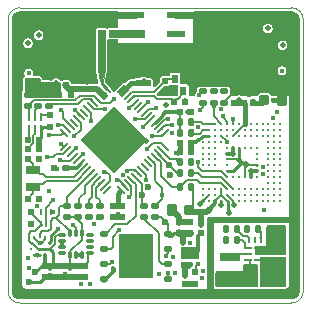
<source format=gtl>
%TF.GenerationSoftware,KiCad,Pcbnew,9.0.1*%
%TF.CreationDate,2025-12-15T20:55:04-06:00*%
%TF.ProjectId,ProtoCore_v1,50726f74-6f43-46f7-9265-5f76312e6b69,rev?*%
%TF.SameCoordinates,Original*%
%TF.FileFunction,Copper,L1,Top*%
%TF.FilePolarity,Positive*%
%FSLAX46Y46*%
G04 Gerber Fmt 4.6, Leading zero omitted, Abs format (unit mm)*
G04 Created by KiCad (PCBNEW 9.0.1) date 2025-12-15 20:55:04*
%MOMM*%
%LPD*%
G01*
G04 APERTURE LIST*
G04 Aperture macros list*
%AMRoundRect*
0 Rectangle with rounded corners*
0 $1 Rounding radius*
0 $2 $3 $4 $5 $6 $7 $8 $9 X,Y pos of 4 corners*
0 Add a 4 corners polygon primitive as box body*
4,1,4,$2,$3,$4,$5,$6,$7,$8,$9,$2,$3,0*
0 Add four circle primitives for the rounded corners*
1,1,$1+$1,$2,$3*
1,1,$1+$1,$4,$5*
1,1,$1+$1,$6,$7*
1,1,$1+$1,$8,$9*
0 Add four rect primitives between the rounded corners*
20,1,$1+$1,$2,$3,$4,$5,0*
20,1,$1+$1,$4,$5,$6,$7,0*
20,1,$1+$1,$6,$7,$8,$9,0*
20,1,$1+$1,$8,$9,$2,$3,0*%
%AMRotRect*
0 Rectangle, with rotation*
0 The origin of the aperture is its center*
0 $1 length*
0 $2 width*
0 $3 Rotation angle, in degrees counterclockwise*
0 Add horizontal line*
21,1,$1,$2,0,0,$3*%
G04 Aperture macros list end*
%TA.AperFunction,Conductor*%
%ADD10C,0.001000*%
%TD*%
%TA.AperFunction,SMDPad,CuDef*%
%ADD11R,0.580000X0.730000*%
%TD*%
%TA.AperFunction,SMDPad,CuDef*%
%ADD12RoundRect,0.082500X-0.192500X0.197500X-0.192500X-0.197500X0.192500X-0.197500X0.192500X0.197500X0*%
%TD*%
%TA.AperFunction,SMDPad,CuDef*%
%ADD13R,0.246234X0.804110*%
%TD*%
%TA.AperFunction,SMDPad,CuDef*%
%ADD14R,0.246236X0.804111*%
%TD*%
%TA.AperFunction,SMDPad,CuDef*%
%ADD15R,0.242472X0.804111*%
%TD*%
%TA.AperFunction,SMDPad,CuDef*%
%ADD16R,0.246232X0.804111*%
%TD*%
%TA.AperFunction,SMDPad,CuDef*%
%ADD17RoundRect,0.076500X0.243500X-0.178500X0.243500X0.178500X-0.243500X0.178500X-0.243500X-0.178500X0*%
%TD*%
%TA.AperFunction,SMDPad,CuDef*%
%ADD18RoundRect,0.082500X0.197500X0.192500X-0.197500X0.192500X-0.197500X-0.192500X0.197500X-0.192500X0*%
%TD*%
%TA.AperFunction,SMDPad,CuDef*%
%ADD19RoundRect,0.082500X0.192500X-0.197500X0.192500X0.197500X-0.192500X0.197500X-0.192500X-0.197500X0*%
%TD*%
%TA.AperFunction,SMDPad,CuDef*%
%ADD20RoundRect,0.076500X-0.243500X0.178500X-0.243500X-0.178500X0.243500X-0.178500X0.243500X0.178500X0*%
%TD*%
%TA.AperFunction,SMDPad,CuDef*%
%ADD21RoundRect,0.082500X-0.197500X-0.192500X0.197500X-0.192500X0.197500X0.192500X-0.197500X0.192500X0*%
%TD*%
%TA.AperFunction,SMDPad,CuDef*%
%ADD22RoundRect,0.076500X0.178500X0.243500X-0.178500X0.243500X-0.178500X-0.243500X0.178500X-0.243500X0*%
%TD*%
%TA.AperFunction,SMDPad,CuDef*%
%ADD23C,0.600000*%
%TD*%
%TA.AperFunction,SMDPad,CuDef*%
%ADD24R,1.300000X0.750000*%
%TD*%
%TA.AperFunction,SMDPad,CuDef*%
%ADD25RotRect,0.840000X0.220000X315.000000*%
%TD*%
%TA.AperFunction,SMDPad,CuDef*%
%ADD26RotRect,0.220000X0.840000X315.000000*%
%TD*%
%TA.AperFunction,SMDPad,CuDef*%
%ADD27RotRect,4.000000X4.000000X315.000000*%
%TD*%
%TA.AperFunction,SMDPad,CuDef*%
%ADD28R,1.800000X0.800000*%
%TD*%
%TA.AperFunction,SMDPad,CuDef*%
%ADD29C,0.290000*%
%TD*%
%TA.AperFunction,SMDPad,CuDef*%
%ADD30RoundRect,0.125000X-0.250000X-0.125000X0.250000X-0.125000X0.250000X0.125000X-0.250000X0.125000X0*%
%TD*%
%TA.AperFunction,HeatsinkPad*%
%ADD31R,3.000000X3.750000*%
%TD*%
%TA.AperFunction,SMDPad,CuDef*%
%ADD32RoundRect,0.123750X-0.288750X-0.338750X0.288750X-0.338750X0.288750X0.338750X-0.288750X0.338750X0*%
%TD*%
%TA.AperFunction,SMDPad,CuDef*%
%ADD33RoundRect,0.123750X-0.288750X-0.351250X0.288750X-0.351250X0.288750X0.351250X-0.288750X0.351250X0*%
%TD*%
%TA.AperFunction,SMDPad,CuDef*%
%ADD34RoundRect,0.123750X0.288750X0.338750X-0.288750X0.338750X-0.288750X-0.338750X0.288750X-0.338750X0*%
%TD*%
%TA.AperFunction,SMDPad,CuDef*%
%ADD35RoundRect,0.123750X0.288750X0.351250X-0.288750X0.351250X-0.288750X-0.351250X0.288750X-0.351250X0*%
%TD*%
%TA.AperFunction,SMDPad,CuDef*%
%ADD36RoundRect,0.076500X-0.178500X-0.243500X0.178500X-0.243500X0.178500X0.243500X-0.178500X0.243500X0*%
%TD*%
%TA.AperFunction,SMDPad,CuDef*%
%ADD37RoundRect,0.135000X0.540000X-0.315000X0.540000X0.315000X-0.540000X0.315000X-0.540000X-0.315000X0*%
%TD*%
%TA.AperFunction,SMDPad,CuDef*%
%ADD38RoundRect,0.087500X-0.225000X-0.087500X0.225000X-0.087500X0.225000X0.087500X-0.225000X0.087500X0*%
%TD*%
%TA.AperFunction,SMDPad,CuDef*%
%ADD39RoundRect,0.087500X-0.087500X-0.225000X0.087500X-0.225000X0.087500X0.225000X-0.087500X0.225000X0*%
%TD*%
%TA.AperFunction,SMDPad,CuDef*%
%ADD40RoundRect,0.055000X-0.240000X-0.220000X0.240000X-0.220000X0.240000X0.220000X-0.240000X0.220000X0*%
%TD*%
%TA.AperFunction,SMDPad,CuDef*%
%ADD41R,0.200000X0.600000*%
%TD*%
%TA.AperFunction,SMDPad,CuDef*%
%ADD42R,0.200000X1.600000*%
%TD*%
%TA.AperFunction,SMDPad,CuDef*%
%ADD43RoundRect,0.056250X0.143750X-0.131250X0.143750X0.131250X-0.143750X0.131250X-0.143750X-0.131250X0*%
%TD*%
%TA.AperFunction,HeatsinkPad*%
%ADD44R,1.600000X1.000000*%
%TD*%
%TA.AperFunction,SMDPad,CuDef*%
%ADD45R,0.275000X0.250000*%
%TD*%
%TA.AperFunction,SMDPad,CuDef*%
%ADD46R,0.250000X0.275000*%
%TD*%
%TA.AperFunction,SMDPad,CuDef*%
%ADD47RoundRect,0.135000X-0.540000X0.315000X-0.540000X-0.315000X0.540000X-0.315000X0.540000X0.315000X0*%
%TD*%
%TA.AperFunction,SMDPad,CuDef*%
%ADD48RoundRect,0.135000X-0.315000X-0.540000X0.315000X-0.540000X0.315000X0.540000X-0.315000X0.540000X0*%
%TD*%
%TA.AperFunction,SMDPad,CuDef*%
%ADD49R,0.650000X0.200000*%
%TD*%
%TA.AperFunction,SMDPad,CuDef*%
%ADD50R,1.000000X0.200000*%
%TD*%
%TA.AperFunction,SMDPad,CuDef*%
%ADD51R,0.250000X0.550000*%
%TD*%
%TA.AperFunction,SMDPad,CuDef*%
%ADD52R,1.500000X0.600000*%
%TD*%
%TA.AperFunction,ViaPad*%
%ADD53C,0.450000*%
%TD*%
%TA.AperFunction,ViaPad*%
%ADD54C,0.500000*%
%TD*%
%TA.AperFunction,Conductor*%
%ADD55C,0.156500*%
%TD*%
%TA.AperFunction,Conductor*%
%ADD56C,0.250000*%
%TD*%
%TA.AperFunction,Conductor*%
%ADD57C,0.300000*%
%TD*%
%TA.AperFunction,Conductor*%
%ADD58C,0.200000*%
%TD*%
%TA.AperFunction,Conductor*%
%ADD59C,0.150000*%
%TD*%
%TA.AperFunction,Conductor*%
%ADD60C,0.220000*%
%TD*%
%TA.AperFunction,Conductor*%
%ADD61C,0.400000*%
%TD*%
%TA.AperFunction,Conductor*%
%ADD62C,0.500000*%
%TD*%
%TA.AperFunction,Conductor*%
%ADD63C,0.600000*%
%TD*%
%TA.AperFunction,Conductor*%
%ADD64C,0.100000*%
%TD*%
%TA.AperFunction,Conductor*%
%ADD65C,0.157500*%
%TD*%
%TA.AperFunction,Conductor*%
%ADD66C,0.225000*%
%TD*%
%TA.AperFunction,Profile*%
%ADD67C,0.100000*%
%TD*%
G04 APERTURE END LIST*
%TO.N,/External Interface/RF_FEED_ANT*%
D10*
X146080000Y-89400000D02*
X148990000Y-89400000D01*
X148990000Y-90000000D01*
X146080000Y-90000000D01*
X146080000Y-89400000D01*
%TA.AperFunction,Conductor*%
G36*
X146080000Y-89400000D02*
G01*
X148990000Y-89400000D01*
X148990000Y-90000000D01*
X146080000Y-90000000D01*
X146080000Y-89400000D01*
G37*
%TD.AperFunction*%
%TO.N,RF_FEED*%
X145710000Y-92800000D02*
X145520492Y-93700089D01*
X145520285Y-93700411D01*
X145520000Y-93700500D01*
X145300000Y-93700500D01*
X145299646Y-93700354D01*
X145299510Y-93700098D01*
X145110000Y-92800000D01*
X145110000Y-89400000D01*
X145710000Y-89400000D01*
X145710000Y-92800000D01*
%TA.AperFunction,Conductor*%
G36*
X145710000Y-92800000D02*
G01*
X145520492Y-93700089D01*
X145520285Y-93700411D01*
X145520000Y-93700500D01*
X145300000Y-93700500D01*
X145299646Y-93700354D01*
X145299510Y-93700098D01*
X145110000Y-92800000D01*
X145110000Y-89400000D01*
X145710000Y-89400000D01*
X145710000Y-92800000D01*
G37*
%TD.AperFunction*%
%TD*%
D11*
%TO.P,Y2,1*%
%TO.N,/Microcontroller/CLK_MAIN_IN*%
X151650000Y-93512500D03*
%TO.P,Y2,2,GND*%
%TO.N,GND*%
X151650000Y-94512500D03*
%TO.P,Y2,3*%
%TO.N,/Microcontroller/CLK_MAIN_OUT*%
X152350000Y-94512500D03*
%TO.P,Y2,4,GND__1*%
%TO.N,GND*%
X152350000Y-93512500D03*
%TD*%
D12*
%TO.P,C37,1*%
%TO.N,+3V3*%
X143175000Y-109327500D03*
%TO.P,C37,2*%
%TO.N,GND*%
X143175000Y-110287500D03*
%TD*%
D13*
%TO.P,U4,1,CTR*%
%TO.N,/Power Management/SUP_CTR*%
X139261883Y-97775444D03*
D14*
%TO.P,U4,2,CTS*%
%TO.N,/Power Management/SUP_CTS*%
X139761882Y-97775444D03*
D15*
%TO.P,U4,3,GND*%
%TO.N,GND*%
X140259999Y-97775444D03*
D14*
%TO.P,U4,4,VDD*%
%TO.N,+3V3*%
X140261881Y-96729556D03*
%TO.P,U4,5,SNS*%
%TO.N,CORE_RESET_N*%
X139761882Y-96729556D03*
D16*
%TO.P,U4,6,RST_N*%
%TO.N,CORE_RST_REQ_N*%
X139261884Y-96729556D03*
%TD*%
D17*
%TO.P,R4,1*%
%TO.N,+3V3*%
X143400000Y-105240000D03*
%TO.P,R4,2*%
%TO.N,I2C0_SCL*%
X143400000Y-104250000D03*
%TD*%
D18*
%TO.P,C31,1*%
%TO.N,Net-(U7-VDDI)*%
X153025000Y-98950000D03*
%TO.P,C31,2*%
%TO.N,GND*%
X152065000Y-98950000D03*
%TD*%
D12*
%TO.P,C3,1*%
%TO.N,/Microcontroller/CLK_MAIN_IN*%
X150790000Y-93712500D03*
%TO.P,C3,2*%
%TO.N,GND*%
X150790000Y-94672500D03*
%TD*%
D19*
%TO.P,C26,1*%
%TO.N,+3V3*%
X151975000Y-106575000D03*
%TO.P,C26,2*%
%TO.N,GND*%
X151975000Y-105615000D03*
%TD*%
D20*
%TO.P,R7,1*%
%TO.N,/Microcontroller/UART0_RX_MCU*%
X154000000Y-94580000D03*
%TO.P,R7,2*%
%TO.N,UART0_RX*%
X154000000Y-95570000D03*
%TD*%
D12*
%TO.P,C40,1*%
%TO.N,+3V3*%
X141469098Y-109327500D03*
%TO.P,C40,2*%
%TO.N,GND*%
X141469098Y-110287500D03*
%TD*%
D21*
%TO.P,C9,1*%
%TO.N,+3V3*%
X152040000Y-96350000D03*
%TO.P,C9,2*%
%TO.N,GND*%
X153000000Y-96350000D03*
%TD*%
D12*
%TO.P,C25,1*%
%TO.N,+3V3*%
X139425000Y-104825000D03*
%TO.P,C25,2*%
%TO.N,GND*%
X139425000Y-105785000D03*
%TD*%
D22*
%TO.P,R22,1*%
%TO.N,EMMC_DAT3*%
X153015000Y-98100000D03*
%TO.P,R22,2*%
%TO.N,+3V3*%
X152025000Y-98100000D03*
%TD*%
D17*
%TO.P,R3,1*%
%TO.N,+3V3*%
X142475000Y-105240000D03*
%TO.P,R3,2*%
%TO.N,I2C0_SDA*%
X142475000Y-104250000D03*
%TD*%
D20*
%TO.P,R15,1*%
%TO.N,+3V3*%
X139180000Y-94860000D03*
%TO.P,R15,2*%
%TO.N,CORE_RST_REQ_N*%
X139180000Y-95850000D03*
%TD*%
D12*
%TO.P,C11,1*%
%TO.N,+3V3*%
X147175000Y-104265000D03*
%TO.P,C11,2*%
%TO.N,GND*%
X147175000Y-105225000D03*
%TD*%
D23*
%TO.P,TP9,1,1*%
%TO.N,GND*%
X149375000Y-102700000D03*
%TD*%
D24*
%TO.P,Y1,1*%
%TO.N,/Microcontroller/CLK_RTC_IN*%
X139625000Y-101250002D03*
%TO.P,Y1,2*%
%TO.N,/Microcontroller/CLK_RTC_OUT*%
X139625000Y-102700000D03*
%TD*%
D25*
%TO.P,U1,1,LNA_IN*%
%TO.N,RF_FEED*%
X145917177Y-94398045D03*
%TO.P,U1,2,VDD3P3*%
%TO.N,/Microcontroller/VDD_PI_OUT*%
X145634334Y-94680887D03*
%TO.P,U1,3,VDD3P3*%
X145351491Y-94963730D03*
%TO.P,U1,4,CHIP_PU*%
%TO.N,CORE_RST_REQ_N*%
X145068649Y-95246573D03*
%TO.P,U1,5,BOOT0/GPIO0*%
%TO.N,CORE_BOOT_SEL*%
X144785806Y-95529415D03*
%TO.P,U1,6,GPIO1*%
%TO.N,IO0*%
X144502963Y-95812258D03*
%TO.P,U1,7,GPIO2*%
%TO.N,IO1*%
X144220121Y-96095101D03*
%TO.P,U1,8,GPIO3*%
%TO.N,unconnected-(U1A-GPIO3-Pad8)*%
X143937278Y-96377944D03*
%TO.P,U1,9,GPIO4*%
%TO.N,IO2*%
X143654435Y-96660786D03*
%TO.P,U1,10,GPIO5*%
%TO.N,IO3*%
X143371592Y-96943629D03*
%TO.P,U1,11,GPIO6*%
%TO.N,unconnected-(U1A-GPIO6-Pad11)*%
X143088750Y-97226472D03*
%TO.P,U1,12,GPIO7*%
%TO.N,IO4*%
X142805907Y-97509314D03*
%TO.P,U1,13,GPIO8*%
%TO.N,IO5*%
X142523064Y-97792157D03*
%TO.P,U1,14,GPIO9*%
%TO.N,IO6*%
X142240222Y-98075000D03*
D26*
%TO.P,U1,15,GPIO10*%
%TO.N,IO7*%
X142240222Y-99255868D03*
%TO.P,U1,16,GPIO11*%
%TO.N,IO8*%
X142523064Y-99538711D03*
%TO.P,U1,17,GPIO12*%
%TO.N,IO9*%
X142805907Y-99821554D03*
%TO.P,U1,18,GPIO13*%
%TO.N,IO10*%
X143088750Y-100104396D03*
%TO.P,U1,19,GPIO14*%
%TO.N,IO11*%
X143371592Y-100387239D03*
%TO.P,U1,20,VDD3P3_RTC*%
%TO.N,+3V3*%
X143654435Y-100670082D03*
%TO.P,U1,21,XTAL_32K_P*%
%TO.N,/Microcontroller/CLK_RTC_IN*%
X143937278Y-100952924D03*
%TO.P,U1,22,XTAL_32K_N*%
%TO.N,/Microcontroller/CLK_RTC_OUT*%
X144220121Y-101235767D03*
%TO.P,U1,23,GPIO17*%
%TO.N,I2C0_SDA*%
X144502963Y-101518610D03*
%TO.P,U1,24,GPIO18*%
%TO.N,I2C0_SCL*%
X144785806Y-101801453D03*
%TO.P,U1,25,GPIO19/USB_D-*%
%TO.N,/Microcontroller/USB_MCU_D-*%
X145068649Y-102084295D03*
%TO.P,U1,26,GPIO20/USB_D+*%
%TO.N,/Microcontroller/USB_MCU_D+*%
X145351491Y-102367138D03*
%TO.P,U1,27,GPIO21*%
%TO.N,INT_IMU*%
X145634334Y-102649981D03*
%TO.P,U1,28,GPIO26/SPICS1*%
%TO.N,unconnected-(U1A-GPIO26{slash}SPICS1-Pad28)*%
X145917177Y-102932823D03*
D25*
%TO.P,U1,29,VDD_SPI*%
%TO.N,+3V3*%
X147098045Y-102932823D03*
%TO.P,U1,30,GPIO27/SPIHD*%
%TO.N,QSPI_IO3*%
X147380888Y-102649981D03*
%TO.P,U1,31,GPIO28/SPIWP*%
%TO.N,QSPI_IO2*%
X147663731Y-102367138D03*
%TO.P,U1,32,GPIO29/SPICS0*%
%TO.N,QSPI_CS*%
X147946573Y-102084295D03*
%TO.P,U1,33,GPIO30/SPICLK*%
%TO.N,/Microcontroller/QSPI_CLK_MCU*%
X148229416Y-101801453D03*
%TO.P,U1,34,GPIO31/SPIQ*%
%TO.N,QSPI_IO1*%
X148512259Y-101518610D03*
%TO.P,U1,35,GPIO32/SPID*%
%TO.N,QSPI_IO0*%
X148795101Y-101235767D03*
%TO.P,U1,36,GPIO48/SPICLK_N*%
%TO.N,unconnected-(U1A-GPIO48{slash}SPICLK_N-Pad36)*%
X149077944Y-100952924D03*
%TO.P,U1,37,GPIO47/SPICLK_P*%
%TO.N,unconnected-(U1A-GPIO47{slash}SPICLK_P-Pad37)*%
X149360787Y-100670082D03*
%TO.P,U1,38,GPIO33*%
%TO.N,3V3_AUX_EN*%
X149643630Y-100387239D03*
%TO.P,U1,39,GPIO34*%
%TO.N,EMMC_CMD*%
X149926472Y-100104396D03*
%TO.P,U1,40,GPIO35*%
%TO.N,/Microcontroller/EMMC_CLK_MCU*%
X150209315Y-99821554D03*
%TO.P,U1,41,GPIO36*%
%TO.N,EMMC_DAT2*%
X150492158Y-99538711D03*
%TO.P,U1,42,GPIO37*%
%TO.N,EMMC_DAT3*%
X150775000Y-99255868D03*
D26*
%TO.P,U1,43,GPIO38*%
%TO.N,EMMC_DAT0*%
X150775000Y-98075000D03*
%TO.P,U1,44,GPIO39/MTCK*%
%TO.N,EMMC_DAT1*%
X150492158Y-97792157D03*
%TO.P,U1,45,GPIO40/MTDO*%
%TO.N,IO14*%
X150209315Y-97509314D03*
%TO.P,U1,46,VDD3P3_CPU*%
%TO.N,+3V3*%
X149926472Y-97226472D03*
%TO.P,U1,47,GPIO41/MTDI*%
%TO.N,IO15*%
X149643630Y-96943629D03*
%TO.P,U1,48,GPIO42/MTMS*%
%TO.N,IO16*%
X149360787Y-96660786D03*
%TO.P,U1,49,GPIO43/U0TXD*%
%TO.N,UART0_TX*%
X149077944Y-96377944D03*
%TO.P,U1,50,GPIO44/U0RXD*%
%TO.N,/Microcontroller/UART0_RX_MCU*%
X148795101Y-96095101D03*
%TO.P,U1,51,GPIO45*%
%TO.N,unconnected-(U1A-GPIO45-Pad51)*%
X148512259Y-95812258D03*
%TO.P,U1,52,BOOT1/GPIO46*%
%TO.N,/Microcontroller/BOOT1*%
X148229416Y-95529415D03*
%TO.P,U1,53,XTAL_40M_N*%
%TO.N,/Microcontroller/CLK_MAIN_OUT*%
X147946573Y-95246573D03*
%TO.P,U1,54,XTAL_40M_P*%
%TO.N,/Microcontroller/CLK_MAIN_IN*%
X147663731Y-94963730D03*
%TO.P,U1,55,VDDA*%
%TO.N,+3V3*%
X147380888Y-94680887D03*
%TO.P,U1,56,VDDA*%
X147098045Y-94398045D03*
D27*
%TO.P,U1,57,GND*%
%TO.N,GND*%
X146507611Y-98665434D03*
%TD*%
D22*
%TO.P,R13,1*%
%TO.N,/Power Management/REG_PG*%
X156915000Y-107175000D03*
%TO.P,R13,2*%
%TO.N,+3V3*%
X155925000Y-107175000D03*
%TD*%
D19*
%TO.P,C5,1*%
%TO.N,+3V3*%
X141575000Y-94075000D03*
%TO.P,C5,2*%
%TO.N,GND*%
X141575000Y-93115000D03*
%TD*%
%TO.P,C29,1*%
%TO.N,+3V3*%
X156650000Y-95575000D03*
%TO.P,C29,2*%
%TO.N,GND*%
X156650000Y-94615000D03*
%TD*%
D28*
%TO.P,L3,1,1*%
%TO.N,/Power Management/REG_SW*%
X156275000Y-108625001D03*
%TO.P,L3,2,2*%
%TO.N,+3V3*%
X156275000Y-110224999D03*
%TD*%
D21*
%TO.P,C13,1*%
%TO.N,/Microcontroller/CLK_RTC_OUT*%
X139165000Y-103675000D03*
%TO.P,C13,2*%
%TO.N,GND*%
X140125000Y-103675000D03*
%TD*%
D17*
%TO.P,R11,1*%
%TO.N,+3V3*%
X149975000Y-105240000D03*
%TO.P,R11,2*%
%TO.N,3V3_AUX_EN*%
X149975000Y-104250000D03*
%TD*%
D19*
%TO.P,C8,1*%
%TO.N,/Microcontroller/VDD_PI_OUT*%
X142400000Y-94075000D03*
%TO.P,C8,2*%
%TO.N,GND*%
X142400000Y-93115000D03*
%TD*%
D29*
%TO.P,U7,A3,DAT0*%
%TO.N,EMMC_DAT0*%
X154050000Y-97350000D03*
X154550000Y-97350000D03*
X155050000Y-97350000D03*
%TO.P,U7,A4,DAT1*%
%TO.N,EMMC_DAT1*%
X155550000Y-97350000D03*
%TO.P,U7,A5,DAT2*%
%TO.N,EMMC_DAT2*%
X156050000Y-97350000D03*
%TO.P,U7,A6,VSS*%
%TO.N,GND*%
X156550000Y-97350000D03*
%TO.P,U7,A7,NC*%
%TO.N,unconnected-(U7-NC-PadA7)*%
X157050000Y-97350000D03*
%TO.P,U7,A9,NC*%
%TO.N,unconnected-(U7-NC-PadA9)*%
X158050000Y-97350000D03*
%TO.P,U7,A10,NC*%
%TO.N,unconnected-(U7-NC-PadA10)*%
X158550000Y-97350000D03*
%TO.P,U7,A11,NC*%
%TO.N,unconnected-(U7-NC-PadA11)*%
X159050000Y-97350000D03*
%TO.P,U7,A12,NC*%
%TO.N,unconnected-(U7-NC-PadA12)*%
X159550000Y-97350000D03*
%TO.P,U7,A13,NC*%
%TO.N,unconnected-(U7-NC-PadA13)*%
X160050000Y-97350000D03*
%TO.P,U7,A14,NC*%
%TO.N,unconnected-(U7-NC-PadA14)*%
X160550000Y-97350000D03*
%TO.P,U7,B2,DAT3*%
%TO.N,EMMC_DAT3*%
X154050000Y-97850000D03*
X154550000Y-97850000D03*
%TO.P,U7,B3,NC*%
%TO.N,unconnected-(U7-NC-PadB3)*%
X155050000Y-97850000D03*
%TO.P,U7,B4,NC*%
%TO.N,unconnected-(U7-NC-PadB4)*%
X155550000Y-97850000D03*
%TO.P,U7,B5,NC*%
%TO.N,unconnected-(U7-NC-PadB5)*%
X156050000Y-97850000D03*
%TO.P,U7,B6,NC*%
%TO.N,unconnected-(U7-NC-PadB6)*%
X156550000Y-97850000D03*
%TO.P,U7,B8,NC*%
%TO.N,unconnected-(U7-NC-PadB8)*%
X157550000Y-97850000D03*
%TO.P,U7,B9,NC*%
%TO.N,unconnected-(U7-NC-PadB9)*%
X158050000Y-97850000D03*
%TO.P,U7,B10,NC*%
%TO.N,unconnected-(U7-NC-PadB10)*%
X158550000Y-97850000D03*
%TO.P,U7,B11,NC*%
%TO.N,unconnected-(U7-NC-PadB11)*%
X159050000Y-97850000D03*
%TO.P,U7,B12,NC*%
%TO.N,unconnected-(U7-NC-PadB12)*%
X159550000Y-97850000D03*
%TO.P,U7,B13,NC*%
%TO.N,unconnected-(U7-NC-PadB13)*%
X160050000Y-97850000D03*
%TO.P,U7,B14,NC*%
%TO.N,unconnected-(U7-NC-PadB14)*%
X160550000Y-97850000D03*
%TO.P,U7,C2,VDDI*%
%TO.N,Net-(U7-VDDI)*%
X154050000Y-98350000D03*
X154550000Y-98350000D03*
%TO.P,U7,C3,NC*%
%TO.N,unconnected-(U7-NC-PadC3)*%
X155050000Y-98350000D03*
%TO.P,U7,C4,VSSQ*%
%TO.N,GND*%
X155550000Y-98350000D03*
%TO.P,U7,C5,NC*%
%TO.N,unconnected-(U7-NC-PadC5)*%
X156050000Y-98350000D03*
%TO.P,U7,C6,VCCQ*%
%TO.N,+3V3*%
X156550000Y-98350000D03*
X157050000Y-97850000D03*
X157550000Y-97350000D03*
%TO.P,U7,C7,NC*%
%TO.N,unconnected-(U7-NC-PadC7)*%
X157050000Y-98350000D03*
%TO.P,U7,C8,NC*%
%TO.N,unconnected-(U7-NC-PadC8)*%
X157550000Y-98350000D03*
%TO.P,U7,C9,NC*%
%TO.N,unconnected-(U7-NC-PadC9)*%
X158050000Y-98350000D03*
%TO.P,U7,C10,NC*%
%TO.N,unconnected-(U7-NC-PadC10)*%
X158550000Y-98350000D03*
%TO.P,U7,C11,NC*%
%TO.N,unconnected-(U7-NC-PadC11)*%
X159050000Y-98350000D03*
%TO.P,U7,C12,NC*%
%TO.N,unconnected-(U7-NC-PadC12)*%
X159550000Y-98350000D03*
%TO.P,U7,C13,NC*%
%TO.N,unconnected-(U7-NC-PadC13)*%
X160050000Y-98350000D03*
%TO.P,U7,C14,NC*%
%TO.N,unconnected-(U7-NC-PadC14)*%
X160550000Y-98350000D03*
%TO.P,U7,D1,NC*%
%TO.N,unconnected-(U7-NC-PadD1)*%
X154050000Y-98850000D03*
%TO.P,U7,D2,NC*%
%TO.N,unconnected-(U7-NC-PadD2)*%
X154550000Y-98850000D03*
%TO.P,U7,D3,NC*%
%TO.N,unconnected-(U7-NC-PadD3)*%
X155050000Y-98850000D03*
%TO.P,U7,D4,NC*%
%TO.N,unconnected-(U7-NC-PadD4)*%
X155550000Y-98850000D03*
%TO.P,U7,D12,NC*%
%TO.N,unconnected-(U7-NC-PadD12)*%
X159550000Y-98850000D03*
%TO.P,U7,D13,NC*%
%TO.N,unconnected-(U7-NC-PadD13)*%
X160050000Y-98850000D03*
%TO.P,U7,D14,NC*%
%TO.N,unconnected-(U7-NC-PadD14)*%
X160550000Y-98850000D03*
%TO.P,U7,E1,NC*%
%TO.N,unconnected-(U7-NC-PadE1)*%
X154050000Y-99350000D03*
%TO.P,U7,E2,NC*%
%TO.N,unconnected-(U7-NC-PadE2)*%
X154550000Y-99350000D03*
%TO.P,U7,E3,NC*%
%TO.N,unconnected-(U7-NC-PadE3)*%
X155050000Y-99350000D03*
%TO.P,U7,E5,NC*%
%TO.N,unconnected-(U7-NC-PadE5)*%
X156050000Y-99350000D03*
%TO.P,U7,E6,VCC*%
%TO.N,+3V3*%
X156550000Y-99350000D03*
%TO.P,U7,E7,VSS*%
%TO.N,GND*%
X157050000Y-99350000D03*
%TO.P,U7,E8,NC*%
%TO.N,unconnected-(U7-NC-PadE8)*%
X157550000Y-99350000D03*
%TO.P,U7,E9,NC*%
%TO.N,unconnected-(U7-NC-PadE9)*%
X158050000Y-99350000D03*
%TO.P,U7,E10,NC*%
%TO.N,unconnected-(U7-NC-PadE10)*%
X158550000Y-99350000D03*
%TO.P,U7,E12,NC*%
%TO.N,unconnected-(U7-NC-PadE12)*%
X159550000Y-99350000D03*
%TO.P,U7,E13,NC*%
%TO.N,unconnected-(U7-NC-PadE13)*%
X160050000Y-99350000D03*
%TO.P,U7,E14,NC*%
%TO.N,unconnected-(U7-NC-PadE14)*%
X160550000Y-99350000D03*
%TO.P,U7,F1,NC*%
%TO.N,unconnected-(U7-NC-PadF1)*%
X154050000Y-99850000D03*
%TO.P,U7,F2,NC*%
%TO.N,unconnected-(U7-NC-PadF2)*%
X154550000Y-99850000D03*
%TO.P,U7,F3,NC*%
%TO.N,unconnected-(U7-NC-PadF3)*%
X155050000Y-99850000D03*
%TO.P,U7,F5,VCC*%
%TO.N,+3V3*%
X156050000Y-99850000D03*
%TO.P,U7,F10,NC*%
%TO.N,unconnected-(U7-NC-PadF10)*%
X158550000Y-99850000D03*
%TO.P,U7,F12,NC*%
%TO.N,unconnected-(U7-NC-PadF12)*%
X159550000Y-99850000D03*
%TO.P,U7,F13,NC*%
%TO.N,unconnected-(U7-NC-PadF13)*%
X160050000Y-99850000D03*
%TO.P,U7,F14,NC*%
%TO.N,unconnected-(U7-NC-PadF14)*%
X160550000Y-99850000D03*
%TO.P,U7,G1,NC*%
%TO.N,unconnected-(U7-NC-PadG1)*%
X154050000Y-100350000D03*
%TO.P,U7,G2,NC*%
%TO.N,unconnected-(U7-NC-PadG2)*%
X154550000Y-100350000D03*
%TO.P,U7,G3,NC*%
%TO.N,unconnected-(U7-NC-PadG3)*%
X155050000Y-100350000D03*
%TO.P,U7,G5,VSS*%
%TO.N,GND*%
X156050000Y-100350000D03*
%TO.P,U7,G10,NC*%
%TO.N,unconnected-(U7-NC-PadG10)*%
X158550000Y-100350000D03*
%TO.P,U7,G12,NC*%
%TO.N,unconnected-(U7-NC-PadG12)*%
X159550000Y-100350000D03*
%TO.P,U7,G13,NC*%
%TO.N,unconnected-(U7-NC-PadG13)*%
X160050000Y-100350000D03*
%TO.P,U7,G14,NC*%
%TO.N,unconnected-(U7-NC-PadG14)*%
X160550000Y-100350000D03*
%TO.P,U7,H1,NC*%
%TO.N,unconnected-(U7-NC-PadH1)*%
X154050000Y-100850000D03*
%TO.P,U7,H2,NC*%
%TO.N,unconnected-(U7-NC-PadH2)*%
X154550000Y-100850000D03*
%TO.P,U7,H3,NC*%
%TO.N,unconnected-(U7-NC-PadH3)*%
X155050000Y-100850000D03*
%TO.P,U7,H5,NC*%
%TO.N,unconnected-(U7-NC-PadH5)*%
X156050000Y-100850000D03*
%TO.P,U7,H10,VSS*%
%TO.N,GND*%
X158550000Y-100850000D03*
%TO.P,U7,H12,NC*%
%TO.N,unconnected-(U7-NC-PadH12)*%
X159550000Y-100850000D03*
%TO.P,U7,H13,NC*%
%TO.N,unconnected-(U7-NC-PadH13)*%
X160050000Y-100850000D03*
%TO.P,U7,H14,NC*%
%TO.N,unconnected-(U7-NC-PadH14)*%
X160550000Y-100850000D03*
%TO.P,U7,J5,VSS*%
%TO.N,GND*%
X156050000Y-101350000D03*
%TO.P,U7,J10,VCC*%
%TO.N,+3V3*%
X158550000Y-101350000D03*
%TO.P,U7,J12,NC*%
%TO.N,unconnected-(U7-NC-PadJ12)*%
X159550000Y-101350000D03*
%TO.P,U7,J13,NC*%
%TO.N,unconnected-(U7-NC-PadJ13)*%
X160050000Y-101350000D03*
%TO.P,U7,J14,NC*%
%TO.N,unconnected-(U7-NC-PadJ14)*%
X160550000Y-101350000D03*
%TO.P,U7,K5,RST_N*%
%TO.N,CORE_RST_REQ_N*%
X154050000Y-101350000D03*
X154550000Y-101350000D03*
X155050000Y-101350000D03*
X156050000Y-101850000D03*
%TO.P,U7,K6,NC*%
%TO.N,unconnected-(U7-NC-PadK6)*%
X156550000Y-101850000D03*
%TO.P,U7,K7,NC*%
%TO.N,unconnected-(U7-NC-PadK7)*%
X157050000Y-101850000D03*
%TO.P,U7,K8,VSS*%
%TO.N,GND*%
X157550000Y-101850000D03*
%TO.P,U7,K9,VCC*%
%TO.N,+3V3*%
X158050000Y-101850000D03*
%TO.P,U7,K10,NC*%
%TO.N,unconnected-(U7-NC-PadK10)*%
X158550000Y-101850000D03*
%TO.P,U7,K12,NC*%
%TO.N,unconnected-(U7-NC-PadK12)*%
X159550000Y-101850000D03*
%TO.P,U7,K13,NC*%
%TO.N,unconnected-(U7-NC-PadK13)*%
X160050000Y-101850000D03*
%TO.P,U7,K14,NC*%
%TO.N,unconnected-(U7-NC-PadK14)*%
X160550000Y-101850000D03*
%TO.P,U7,L12,NC*%
%TO.N,unconnected-(U7-NC-PadL12)*%
X159550000Y-102350000D03*
%TO.P,U7,L13,NC*%
%TO.N,unconnected-(U7-NC-PadL13)*%
X160050000Y-102350000D03*
%TO.P,U7,L14,NC*%
%TO.N,unconnected-(U7-NC-PadL14)*%
X160550000Y-102350000D03*
%TO.P,U7,M1,NC*%
%TO.N,unconnected-(U7-NC-PadM1)*%
X154050000Y-102850000D03*
%TO.P,U7,M2,NC*%
%TO.N,unconnected-(U7-NC-PadM2)*%
X154550000Y-102850000D03*
%TO.P,U7,M3,NC*%
%TO.N,unconnected-(U7-NC-PadM3)*%
X155050000Y-102850000D03*
%TO.P,U7,M4,VCCQ*%
%TO.N,+3V3*%
X155550000Y-102850000D03*
%TO.P,U7,M5,CMD*%
%TO.N,EMMC_CMD*%
X154050000Y-102350000D03*
X154550000Y-102350000D03*
X155050000Y-102350000D03*
X156050000Y-102850000D03*
%TO.P,U7,M6,CLK*%
%TO.N,EMMC_CLK*%
X154050000Y-101850000D03*
X154550000Y-101850000D03*
X155050000Y-101850000D03*
X156550000Y-102850000D03*
%TO.P,U7,M7,NC*%
%TO.N,unconnected-(U7-NC-PadM7)*%
X157050000Y-102850000D03*
%TO.P,U7,M8,NC*%
%TO.N,unconnected-(U7-NC-PadM8)*%
X157550000Y-102850000D03*
%TO.P,U7,M9,NC*%
%TO.N,unconnected-(U7-NC-PadM9)*%
X158050000Y-102850000D03*
%TO.P,U7,M10,NC*%
%TO.N,unconnected-(U7-NC-PadM10)*%
X158550000Y-102850000D03*
%TO.P,U7,M11,NC*%
%TO.N,unconnected-(U7-NC-PadM11)*%
X159050000Y-102850000D03*
%TO.P,U7,M12,NC*%
%TO.N,unconnected-(U7-NC-PadM12)*%
X159550000Y-102850000D03*
%TO.P,U7,M13,NC*%
%TO.N,unconnected-(U7-NC-PadM13)*%
X160050000Y-102850000D03*
%TO.P,U7,M14,NC*%
%TO.N,unconnected-(U7-NC-PadM14)*%
X160550000Y-102850000D03*
%TO.P,U7,N1,NC*%
%TO.N,unconnected-(U7-NC-PadN1)*%
X154050000Y-103350000D03*
%TO.P,U7,N2,VSSQ*%
%TO.N,GND*%
X154050000Y-103850000D03*
X154550000Y-103350000D03*
%TO.P,U7,N3,NC*%
%TO.N,unconnected-(U7-NC-PadN3)*%
X155050000Y-103350000D03*
%TO.P,U7,N4,VCCQ*%
%TO.N,+3V3*%
X155550000Y-103350000D03*
%TO.P,U7,N5,VSSQ*%
%TO.N,GND*%
X156050000Y-103350000D03*
%TO.P,U7,N6,NC*%
%TO.N,unconnected-(U7-NC-PadN6)*%
X156550000Y-103350000D03*
%TO.P,U7,N7,NC*%
%TO.N,unconnected-(U7-NC-PadN7)*%
X157050000Y-103350000D03*
%TO.P,U7,N8,NC*%
%TO.N,unconnected-(U7-NC-PadN8)*%
X157550000Y-103350000D03*
%TO.P,U7,N9,NC*%
%TO.N,unconnected-(U7-NC-PadN9)*%
X158050000Y-103350000D03*
%TO.P,U7,N10,NC*%
%TO.N,unconnected-(U7-NC-PadN10)*%
X158550000Y-103350000D03*
%TO.P,U7,N11,NC*%
%TO.N,unconnected-(U7-NC-PadN11)*%
X159050000Y-103350000D03*
%TO.P,U7,N12,NC*%
%TO.N,unconnected-(U7-NC-PadN12)*%
X159550000Y-103350000D03*
%TO.P,U7,N13,NC*%
%TO.N,unconnected-(U7-NC-PadN13)*%
X160050000Y-103350000D03*
%TO.P,U7,N14,NC*%
%TO.N,unconnected-(U7-NC-PadN14)*%
X160550000Y-103350000D03*
%TO.P,U7,P2,NC*%
%TO.N,unconnected-(U7-NC-PadP2)*%
X154550000Y-103850000D03*
%TO.P,U7,P3,VCCQ*%
%TO.N,+3V3*%
X155050000Y-103850000D03*
%TO.P,U7,P4,VSSQ*%
%TO.N,GND*%
X155550000Y-103850000D03*
%TO.P,U7,P5,VCCQ*%
%TO.N,+3V3*%
X156050000Y-103850000D03*
%TO.P,U7,P6,VSSQ*%
%TO.N,GND*%
X156550000Y-103850000D03*
%TO.P,U7,P7,NC*%
%TO.N,unconnected-(U7-NC-PadP7)*%
X157050000Y-103850000D03*
%TO.P,U7,P8,NC*%
%TO.N,unconnected-(U7-NC-PadP8)*%
X157550000Y-103850000D03*
%TO.P,U7,P9,NC*%
%TO.N,unconnected-(U7-NC-PadP9)*%
X158050000Y-103850000D03*
%TO.P,U7,P10,NC*%
%TO.N,unconnected-(U7-NC-PadP10)*%
X158550000Y-103850000D03*
%TO.P,U7,P11,NC*%
%TO.N,unconnected-(U7-NC-PadP11)*%
X159050000Y-103850000D03*
%TO.P,U7,P12,NC*%
%TO.N,unconnected-(U7-NC-PadP12)*%
X159550000Y-103850000D03*
%TO.P,U7,P13,NC*%
%TO.N,unconnected-(U7-NC-PadP13)*%
X160050000Y-103850000D03*
%TO.P,U7,P14,NC*%
%TO.N,unconnected-(U7-NC-PadP14)*%
X160550000Y-103850000D03*
%TD*%
D18*
%TO.P,C15,1*%
%TO.N,RF_FEED*%
X145400000Y-90530000D03*
%TO.P,C15,2*%
%TO.N,GND*%
X144440000Y-90530000D03*
%TD*%
D19*
%TO.P,C4,1*%
%TO.N,+3V3*%
X140750000Y-94075000D03*
%TO.P,C4,2*%
%TO.N,GND*%
X140750000Y-93115000D03*
%TD*%
D23*
%TO.P,TP15,1,1*%
%TO.N,GND*%
X151225000Y-101700000D03*
%TD*%
D30*
%TO.P,U6,1,CS*%
%TO.N,QSPI_CS*%
X145650000Y-106645000D03*
%TO.P,U6,2,IO1*%
%TO.N,QSPI_IO1*%
X145650000Y-107915000D03*
%TO.P,U6,3,IO2/WP*%
%TO.N,QSPI_IO2*%
X145650000Y-109185000D03*
%TO.P,U6,4,GND*%
%TO.N,GND*%
X145650000Y-110455000D03*
%TO.P,U6,5,IO0*%
%TO.N,QSPI_IO0*%
X151050000Y-110455000D03*
%TO.P,U6,6,CLK*%
%TO.N,QSPI_CLK*%
X151050000Y-109185000D03*
%TO.P,U6,7,IO3/HD*%
%TO.N,QSPI_IO3*%
X151050000Y-107915000D03*
%TO.P,U6,8,VDD*%
%TO.N,+3V3*%
X151050000Y-106645000D03*
D31*
%TO.P,U6,9,EP*%
%TO.N,GND*%
X148350000Y-108550000D03*
%TD*%
D23*
%TO.P,TP8,1,1*%
%TO.N,/Microcontroller/QSPI_CLK_MCU*%
X148875000Y-103375000D03*
%TD*%
D18*
%TO.P,C10,1*%
%TO.N,+3V3*%
X142375000Y-101050000D03*
%TO.P,C10,2*%
%TO.N,GND*%
X141415000Y-101050000D03*
%TD*%
D12*
%TO.P,C39,1*%
%TO.N,+3V3*%
X140619098Y-109327500D03*
%TO.P,C39,2*%
%TO.N,GND*%
X140619098Y-110287500D03*
%TD*%
D19*
%TO.P,C7,1*%
%TO.N,+3V3*%
X149350000Y-93910000D03*
%TO.P,C7,2*%
%TO.N,GND*%
X149350000Y-92950000D03*
%TD*%
D32*
%TO.P,C27,1*%
%TO.N,+3V3*%
X159200000Y-95337500D03*
D33*
%TO.P,C27,2*%
%TO.N,GND*%
X160675000Y-95350000D03*
%TD*%
D34*
%TO.P,C34,1*%
%TO.N,+3V3*%
X152825000Y-104625000D03*
D35*
%TO.P,C34,2*%
%TO.N,GND*%
X151350000Y-104612500D03*
%TD*%
D23*
%TO.P,TP19,1,1*%
%TO.N,+3V3*%
X139825000Y-109850000D03*
%TD*%
D18*
%TO.P,C33,1*%
%TO.N,Net-(U7-VDDI)*%
X153025000Y-99750000D03*
%TO.P,C33,2*%
%TO.N,GND*%
X152065000Y-99750000D03*
%TD*%
D36*
%TO.P,R17,1*%
%TO.N,EMMC_CMD*%
X152025000Y-102700000D03*
%TO.P,R17,2*%
%TO.N,+3V3*%
X153015000Y-102700000D03*
%TD*%
D37*
%TO.P,C1,1*%
%TO.N,+3V3*%
X139575000Y-93900000D03*
%TO.P,C1,2*%
%TO.N,GND*%
X139575000Y-92100000D03*
%TD*%
D12*
%TO.P,C6,1*%
%TO.N,+3V3*%
X146350000Y-104265000D03*
%TO.P,C6,2*%
%TO.N,GND*%
X146350000Y-105225000D03*
%TD*%
D21*
%TO.P,C24,1*%
%TO.N,/Power Management/SUP_CTR*%
X139160000Y-98670000D03*
%TO.P,C24,2*%
%TO.N,GND*%
X140120000Y-98670000D03*
%TD*%
%TO.P,C23,1*%
%TO.N,/Power Management/SUP_CTS*%
X139160000Y-99470000D03*
%TO.P,C23,2*%
%TO.N,GND*%
X140120000Y-99470000D03*
%TD*%
D20*
%TO.P,R9,1*%
%TO.N,/Microcontroller/QSPI_CLK_MCU*%
X149050000Y-104250000D03*
%TO.P,R9,2*%
%TO.N,QSPI_CLK*%
X149050000Y-105240000D03*
%TD*%
D36*
%TO.P,R8,1*%
%TO.N,/Microcontroller/EMMC_CLK_MCU*%
X152025000Y-101475000D03*
%TO.P,R8,2*%
%TO.N,EMMC_CLK*%
X153015000Y-101475000D03*
%TD*%
D23*
%TO.P,TP18,1,1*%
%TO.N,+3V3*%
X150800000Y-105675000D03*
%TD*%
D12*
%TO.P,C35,1*%
%TO.N,+3V3*%
X144025000Y-109327500D03*
%TO.P,C35,2*%
%TO.N,GND*%
X144025000Y-110287500D03*
%TD*%
D19*
%TO.P,C38,1*%
%TO.N,+3V3*%
X157450000Y-95575000D03*
%TO.P,C38,2*%
%TO.N,GND*%
X157450000Y-94615000D03*
%TD*%
D12*
%TO.P,C22,1*%
%TO.N,+3V3*%
X141020000Y-96600000D03*
%TO.P,C22,2*%
%TO.N,GND*%
X141020000Y-97560000D03*
%TD*%
D19*
%TO.P,C18,1*%
%TO.N,+3V3*%
X152900000Y-106575000D03*
%TO.P,C18,2*%
%TO.N,GND*%
X152900000Y-105615000D03*
%TD*%
D38*
%TO.P,U8,1,SDO*%
%TO.N,+3V3*%
X142087500Y-106762500D03*
%TO.P,U8,2,SDX*%
%TO.N,GND*%
X142087500Y-107262500D03*
%TO.P,U8,3,SCX*%
X142087500Y-107762500D03*
%TO.P,U8,4,INT1*%
%TO.N,INT_IMU*%
X142087500Y-108262500D03*
D39*
%TO.P,U8,5,VDDIO*%
%TO.N,+3V3*%
X142750000Y-108425000D03*
%TO.P,U8,6,GND*%
%TO.N,GND*%
X143250000Y-108425000D03*
%TO.P,U8,7,GND__1*%
X143750000Y-108425000D03*
D38*
%TO.P,U8,8,VDD*%
%TO.N,+3V3*%
X144412500Y-108262500D03*
%TO.P,U8,9,INT2*%
%TO.N,unconnected-(U8-INT2-Pad9)*%
X144412500Y-107762500D03*
%TO.P,U8,10,NC*%
%TO.N,unconnected-(U8-NC-Pad10)*%
X144412500Y-107262500D03*
%TO.P,U8,11,NC__1*%
%TO.N,unconnected-(U8-NC__1-Pad11)*%
X144412500Y-106762500D03*
D39*
%TO.P,U8,12,CS*%
%TO.N,+3V3*%
X143750000Y-106600000D03*
%TO.P,U8,13,SCL*%
%TO.N,I2C0_SCL*%
X143250000Y-106600000D03*
%TO.P,U8,14,SDA*%
%TO.N,I2C0_SDA*%
X142750000Y-106600000D03*
%TD*%
D40*
%TO.P,L1,1,1*%
%TO.N,+3V3*%
X141825000Y-94850000D03*
%TO.P,L1,2,2*%
%TO.N,/Microcontroller/VDD_PI_OUT*%
X142795000Y-94850000D03*
%TD*%
D12*
%TO.P,C21,1*%
%TO.N,+3V3_AUX*%
X152525000Y-109915000D03*
%TO.P,C21,2*%
%TO.N,GND*%
X152525000Y-110875000D03*
%TD*%
D20*
%TO.P,R5,1*%
%TO.N,/Microcontroller/USB_MCU_D-*%
X144325000Y-104250000D03*
%TO.P,R5,2*%
%TO.N,USB_D-*%
X144325000Y-105240000D03*
%TD*%
D12*
%TO.P,C28,1*%
%TO.N,+3V3*%
X142319098Y-109327500D03*
%TO.P,C28,2*%
%TO.N,GND*%
X142319098Y-110287500D03*
%TD*%
D22*
%TO.P,R12,1*%
%TO.N,/Power Management/REG_FB*%
X156915000Y-106250000D03*
%TO.P,R12,2*%
%TO.N,GND*%
X155925000Y-106250000D03*
%TD*%
D19*
%TO.P,C12,1*%
%TO.N,+3V3*%
X148550000Y-93910000D03*
%TO.P,C12,2*%
%TO.N,GND*%
X148550000Y-92950000D03*
%TD*%
D20*
%TO.P,R14,1*%
%TO.N,+3V3*%
X140080000Y-94860000D03*
%TO.P,R14,2*%
%TO.N,CORE_RESET_N*%
X140080000Y-95850000D03*
%TD*%
D41*
%TO.P,U5,1,VCC*%
%TO.N,+3V3*%
X140300000Y-105812500D03*
D42*
%TO.P,U5,2,GND*%
%TO.N,GND*%
X140700000Y-105312500D03*
D41*
%TO.P,U5,3,SDA*%
%TO.N,I2C0_SDA*%
X141100000Y-105812500D03*
%TO.P,U5,4,SCL*%
%TO.N,I2C0_SCL*%
X141100000Y-104812500D03*
%TO.P,U5,5,\u002AWC*%
%TO.N,unconnected-(U5-\u002AWC-Pad5)*%
X140300000Y-104812500D03*
%TD*%
D20*
%TO.P,R1,1*%
%TO.N,+3V3*%
X140970000Y-94860000D03*
%TO.P,R1,2*%
%TO.N,CORE_BOOT_SEL*%
X140970000Y-95850000D03*
%TD*%
D18*
%TO.P,C16,1*%
%TO.N,RF_FEED*%
X145410000Y-91350000D03*
%TO.P,C16,2*%
%TO.N,GND*%
X144450000Y-91350000D03*
%TD*%
D21*
%TO.P,C2,1*%
%TO.N,/Microcontroller/CLK_RTC_IN*%
X139165000Y-100275000D03*
%TO.P,C2,2*%
%TO.N,GND*%
X140125000Y-100275000D03*
%TD*%
D40*
%TO.P,L2,1,1*%
%TO.N,RF_FEED*%
X145410000Y-89700000D03*
%TO.P,L2,2,2*%
%TO.N,/External Interface/RF_FEED_ANT*%
X146380000Y-89700000D03*
%TD*%
D23*
%TO.P,TP11,1,1*%
%TO.N,VIN*%
X160675000Y-106225000D03*
%TD*%
%TO.P,TP20,1,1*%
%TO.N,GND*%
X139300000Y-110725000D03*
%TD*%
D21*
%TO.P,C14,1*%
%TO.N,/Microcontroller/CLK_MAIN_OUT*%
X151521250Y-95443750D03*
%TO.P,C14,2*%
%TO.N,GND*%
X152481250Y-95443750D03*
%TD*%
D43*
%TO.P,U3,1,VOUT*%
%TO.N,+3V3_AUX*%
X152275000Y-109187500D03*
%TO.P,U3,2,QOD*%
X152925000Y-109187500D03*
%TO.P,U3,3,CT*%
%TO.N,/Power Management/3V3_AUX_CT*%
X153575000Y-109187500D03*
%TO.P,U3,4,GND*%
%TO.N,GND*%
X153575000Y-107412500D03*
%TO.P,U3,5,EN*%
%TO.N,3V3_AUX_EN*%
X152925000Y-107412500D03*
%TO.P,U3,6,VIN*%
%TO.N,+3V3*%
X152275000Y-107412500D03*
D44*
%TO.P,U3,7,GND*%
%TO.N,GND*%
X152925000Y-108300000D03*
%TD*%
D12*
%TO.P,C19,1*%
%TO.N,/Power Management/3V3_AUX_CT*%
X153350000Y-109915000D03*
%TO.P,C19,2*%
%TO.N,GND*%
X153350000Y-110875000D03*
%TD*%
D45*
%TO.P,U10,1,VDDIO*%
%TO.N,+3V3*%
X140932098Y-107925500D03*
%TO.P,U10,2,SCL*%
%TO.N,I2C0_SCL*%
X140932098Y-107425500D03*
D46*
%TO.P,U10,3,GND*%
%TO.N,GND*%
X140669098Y-106913500D03*
%TO.P,U10,4,SDA*%
%TO.N,I2C0_SDA*%
X140169098Y-106913500D03*
%TO.P,U10,5,SDO*%
%TO.N,GND*%
X139669098Y-106913500D03*
D45*
%TO.P,U10,6,CSB*%
%TO.N,+3V3*%
X139406098Y-107425500D03*
%TO.P,U10,7,INT*%
%TO.N,unconnected-(U10-INT-Pad7)*%
X139406098Y-107925500D03*
D46*
%TO.P,U10,8,VSS_2*%
%TO.N,GND*%
X139669098Y-108437500D03*
%TO.P,U10,9,VSS_3*%
X140169098Y-108437500D03*
%TO.P,U10,10,VDD*%
%TO.N,+3V3*%
X140669098Y-108437500D03*
%TD*%
D19*
%TO.P,C32,1*%
%TO.N,+3V3*%
X158250000Y-95575000D03*
%TO.P,C32,2*%
%TO.N,GND*%
X158250000Y-94615000D03*
%TD*%
D22*
%TO.P,R21,1*%
%TO.N,EMMC_DAT0*%
X153015000Y-97200000D03*
%TO.P,R21,2*%
%TO.N,+3V3*%
X152025000Y-97200000D03*
%TD*%
D23*
%TO.P,TP14,1,1*%
%TO.N,/Microcontroller/EMMC_CLK_MCU*%
X151150000Y-100850000D03*
%TD*%
D20*
%TO.P,R6,1*%
%TO.N,/Microcontroller/USB_MCU_D+*%
X145250000Y-104250000D03*
%TO.P,R6,2*%
%TO.N,USB_D+*%
X145250000Y-105240000D03*
%TD*%
D17*
%TO.P,R20,1*%
%TO.N,EMMC_DAT1*%
X154900000Y-95575000D03*
%TO.P,R20,2*%
%TO.N,+3V3*%
X154900000Y-94585000D03*
%TD*%
D22*
%TO.P,R10,1*%
%TO.N,/Power Management/REG_CFG*%
X158690000Y-106250000D03*
%TO.P,R10,2*%
%TO.N,GND*%
X157700000Y-106250000D03*
%TD*%
D47*
%TO.P,C17,1*%
%TO.N,VIN*%
X160350000Y-107220000D03*
%TO.P,C17,2*%
%TO.N,GND*%
X160350000Y-109020000D03*
%TD*%
D48*
%TO.P,C20,1*%
%TO.N,+3V3*%
X157875000Y-110350000D03*
%TO.P,C20,2*%
%TO.N,GND*%
X159675000Y-110350000D03*
%TD*%
D12*
%TO.P,C30,1*%
%TO.N,+3V3*%
X153825000Y-105615000D03*
%TO.P,C30,2*%
%TO.N,GND*%
X153825000Y-106575000D03*
%TD*%
D20*
%TO.P,R2,1*%
%TO.N,/Microcontroller/BOOT1*%
X155800000Y-94585000D03*
%TO.P,R2,2*%
%TO.N,GND*%
X155800000Y-95575000D03*
%TD*%
D36*
%TO.P,R19,1*%
%TO.N,EMMC_DAT2*%
X152025000Y-100575000D03*
%TO.P,R19,2*%
%TO.N,+3V3*%
X153015000Y-100575000D03*
%TD*%
D49*
%TO.P,U2,1,PG*%
%TO.N,/Power Management/REG_PG*%
X157800000Y-107825000D03*
%TO.P,U2,2,SW*%
%TO.N,/Power Management/REG_SW*%
X157800000Y-108325000D03*
%TO.P,U2,3,VOS*%
%TO.N,+3V3*%
X157800000Y-108825000D03*
D50*
%TO.P,U2,4,GND*%
%TO.N,GND*%
X158875000Y-108825000D03*
D49*
%TO.P,U2,5,EN*%
%TO.N,VIN*%
X159050000Y-108325000D03*
D50*
%TO.P,U2,6,VIN*%
X158875000Y-107825000D03*
D51*
%TO.P,U2,7,SCONF*%
%TO.N,/Power Management/REG_CFG*%
X158925000Y-107150000D03*
%TO.P,U2,8,SS/TR*%
%TO.N,unconnected-(U2-SS{slash}TR-Pad8)*%
X158425000Y-107150000D03*
%TO.P,U2,9,FB*%
%TO.N,/Power Management/REG_FB*%
X157925000Y-107150000D03*
%TD*%
D52*
%TO.P,ANT1,1*%
%TO.N,/External Interface/RF_FEED_ANT*%
X148250000Y-89700000D03*
%TO.P,ANT1,2*%
%TO.N,unconnected-(ANT1-Pad2)*%
X151750000Y-89700000D03*
%TO.P,ANT1,3*%
%TO.N,GND*%
X151750000Y-88100000D03*
%TO.P,ANT1,4*%
X148250000Y-88100000D03*
%TD*%
D53*
%TO.N,GND*%
X146775000Y-104925000D03*
D54*
X141175000Y-90825000D03*
X138250000Y-96437500D03*
D53*
X146110000Y-90400000D03*
D54*
X160687500Y-88250000D03*
X144825000Y-88575000D03*
X146450000Y-88275000D03*
X159250000Y-93275000D03*
X138250000Y-105937500D03*
X153825000Y-106575000D03*
X153950000Y-92950000D03*
X141687500Y-88250000D03*
X156175000Y-90625000D03*
X155600000Y-93400000D03*
X161750000Y-91687500D03*
D53*
X151430000Y-108600000D03*
D54*
X161750000Y-101187500D03*
X143825000Y-90925000D03*
D53*
X139450000Y-105785000D03*
X149075000Y-107850000D03*
D54*
X142400000Y-91775000D03*
X155550000Y-104200000D03*
D53*
X159950000Y-95350000D03*
D54*
X142800000Y-89325000D03*
X157525000Y-93750000D03*
X157975000Y-91550000D03*
D53*
X140125000Y-103700000D03*
D54*
X151525000Y-104612500D03*
X158975000Y-90425000D03*
X146650000Y-92970000D03*
X144050000Y-91900000D03*
D53*
X147575000Y-109400000D03*
D54*
X156625000Y-104225000D03*
X140050000Y-92000000D03*
X152325000Y-93425000D03*
D53*
X148350000Y-108550000D03*
X146110000Y-91399500D03*
X160380000Y-110900000D03*
D54*
X153125000Y-94400000D03*
X143800000Y-89850000D03*
X146630000Y-93770000D03*
D53*
X142075000Y-107500000D03*
X153375000Y-108275000D03*
D54*
X151225000Y-101700000D03*
X154640000Y-105940000D03*
D53*
X141630000Y-101150000D03*
D54*
X146437500Y-111750000D03*
X154637500Y-110687500D03*
D53*
X140175000Y-107425000D03*
D54*
X153450000Y-89485000D03*
D53*
X153600000Y-97600000D03*
D54*
X155937500Y-88250000D03*
X156125000Y-92075000D03*
X148812500Y-111750000D03*
D53*
X139925000Y-108437499D03*
D54*
X152780000Y-96350000D03*
X142925000Y-93125000D03*
X161750000Y-108312500D03*
X138250000Y-91687500D03*
D53*
X142350000Y-110040000D03*
X156050000Y-98850000D03*
D54*
X155325000Y-89525000D03*
X153450000Y-90775000D03*
X154125000Y-88875000D03*
X153462500Y-88250000D03*
D53*
X159200000Y-108825000D03*
X151760000Y-99810000D03*
D54*
X153775000Y-104125000D03*
X155937500Y-105500000D03*
X146690000Y-91880000D03*
D53*
X144710000Y-90400000D03*
D54*
X139312500Y-111750000D03*
D53*
X143525000Y-108425000D03*
X151650000Y-109975000D03*
D54*
X161750000Y-94062500D03*
X154640000Y-108315000D03*
X144062500Y-111750000D03*
D53*
X140125000Y-100275000D03*
D54*
X138250000Y-110687500D03*
D53*
X144710000Y-91400500D03*
D54*
X160687500Y-111750000D03*
X138250000Y-108312500D03*
X155925000Y-106250000D03*
X158312500Y-111750000D03*
X150375000Y-92475000D03*
X152160000Y-90775000D03*
D53*
X149375000Y-102700000D03*
D54*
X138250000Y-103562500D03*
X141375000Y-89525000D03*
X151225000Y-94450000D03*
X161750000Y-103562500D03*
D53*
X155525000Y-96050000D03*
D54*
X152825000Y-91450000D03*
X148925000Y-91350000D03*
D53*
X159075000Y-110100000D03*
X146110000Y-92399500D03*
D54*
X138250000Y-89312500D03*
X138250000Y-98812500D03*
X138250000Y-94062500D03*
X155937500Y-111750000D03*
X138250000Y-101187500D03*
D53*
X144080000Y-110410000D03*
X144710000Y-92400000D03*
X152525000Y-108287500D03*
D54*
X146600000Y-88975000D03*
X148290000Y-90775000D03*
D53*
X141350000Y-103775000D03*
D54*
X147000000Y-90775000D03*
D53*
X144800000Y-105850000D03*
D54*
X144160000Y-93000000D03*
X148930000Y-93020000D03*
D53*
X156550000Y-96925000D03*
X141044098Y-110150000D03*
D54*
X157700000Y-106250000D03*
X150250000Y-91400000D03*
X157060000Y-94670000D03*
D53*
X160800000Y-110375000D03*
D54*
X144000000Y-88250000D03*
D53*
X144710000Y-89400500D03*
D54*
X159650000Y-91900000D03*
X147650000Y-91425000D03*
X151975000Y-105725000D03*
X158312500Y-105500000D03*
X144230000Y-93780000D03*
X149175000Y-98775000D03*
D53*
X146420000Y-109600000D03*
D54*
X149580000Y-90775000D03*
X160687500Y-105500000D03*
X151187500Y-111750000D03*
X157040000Y-100420000D03*
X154150000Y-90125000D03*
X157525000Y-89575000D03*
X161750000Y-96437500D03*
X161750000Y-98812500D03*
X145625000Y-88975000D03*
X147396643Y-97764828D03*
X152481250Y-95400000D03*
D53*
X144830000Y-93410000D03*
D54*
X161750000Y-89312500D03*
X150850000Y-95750000D03*
X147398026Y-99548026D03*
X161750000Y-110687500D03*
D53*
X141020000Y-97560000D03*
D54*
X158312500Y-88250000D03*
X139312500Y-88250000D03*
D53*
X147200000Y-101700000D03*
D54*
X154200000Y-91350000D03*
X150870000Y-90775000D03*
D53*
X153350000Y-110875000D03*
X157870002Y-94900000D03*
X159975000Y-109650000D03*
D54*
X145601974Y-99551974D03*
X157630000Y-100770000D03*
X141687500Y-111750000D03*
D53*
X145990000Y-93410000D03*
D54*
X141175000Y-93325000D03*
X145600592Y-97764828D03*
X153575000Y-111750000D03*
D53*
X147125000Y-106850000D03*
X151425000Y-98075000D03*
D54*
X151550000Y-91375000D03*
X161750000Y-105937500D03*
%TO.N,+3V3*%
X139550000Y-93900000D03*
X157475000Y-110080000D03*
X151975000Y-106450000D03*
X156550000Y-99850000D03*
X141044098Y-109502500D03*
D53*
X142225003Y-101050000D03*
D54*
X152025000Y-96350000D03*
X141775000Y-94850000D03*
X157075000Y-95325000D03*
X158450000Y-110875000D03*
X158050000Y-101350000D03*
X155925000Y-107175000D03*
D53*
X153015000Y-100575000D03*
D54*
X146775000Y-104277297D03*
X156225000Y-104850000D03*
D53*
X154900000Y-94600000D03*
D54*
X153825000Y-105900000D03*
X148975000Y-93675000D03*
X142707149Y-109510702D03*
X156275000Y-110224999D03*
X152825000Y-104625000D03*
X158450000Y-109475000D03*
D53*
X141020000Y-96600000D03*
X158268355Y-95425659D03*
D54*
X155630000Y-110875000D03*
X141575000Y-93875000D03*
X152275000Y-107412500D03*
D53*
%TO.N,VIN*%
X159900000Y-107475000D03*
X160800000Y-107125000D03*
X159600000Y-106150000D03*
X159025000Y-108075000D03*
X160800000Y-108175000D03*
%TO.N,/Microcontroller/BOOT1*%
X155800000Y-94585000D03*
X147766915Y-95991915D03*
%TO.N,/Microcontroller/UART0_RX_MCU*%
X149390202Y-95500000D03*
X153675000Y-94925000D03*
%TO.N,I2C0_SCL*%
X143400000Y-104250000D03*
X141740000Y-106200000D03*
X143040000Y-105910000D03*
X141300000Y-104800000D03*
%TO.N,USB_D-*%
X144475000Y-105325000D03*
X143650000Y-110900000D03*
%TO.N,USB_D+*%
X144476248Y-110873830D03*
X145125000Y-105325000D03*
%TO.N,UART0_RX*%
X153725000Y-96200000D03*
X159050000Y-100950000D03*
%TO.N,EMMC_DAT1*%
X154900000Y-95850000D03*
X151390420Y-97467520D03*
%TO.N,EMMC_DAT2*%
X155740631Y-96635214D03*
X151900000Y-100400000D03*
%TO.N,EMMC_DAT3*%
X149245343Y-99454657D03*
X153065209Y-97909768D03*
%TO.N,EMMC_DAT0*%
X153099420Y-97334595D03*
X149725000Y-98400000D03*
%TO.N,IO4*%
X141950000Y-96125000D03*
D54*
X139200000Y-90500000D03*
D53*
%TO.N,QSPI_IO3*%
X150837500Y-108487500D03*
X146750000Y-102125000D03*
%TO.N,IO2*%
X143175000Y-96200000D03*
D54*
X140100000Y-89825000D03*
D53*
%TO.N,IO0*%
X145669818Y-96105182D03*
X159925000Y-96800000D03*
%TO.N,UART0_TX*%
X150000000Y-95950000D03*
X159050000Y-101600000D03*
%TO.N,IO7*%
X142000000Y-99000000D03*
X139180000Y-108650000D03*
%TO.N,IO11*%
X141000000Y-103025000D03*
X143825000Y-99925000D03*
%TO.N,IO9*%
X153984788Y-109750000D03*
X159175000Y-104625000D03*
X143275000Y-99350000D03*
%TO.N,QSPI_IO2*%
X146325000Y-109000000D03*
X147775000Y-103500000D03*
%TO.N,QSPI_IO0*%
X149175000Y-102075000D03*
X151050000Y-109925000D03*
%TO.N,IO10*%
X141900000Y-100400000D03*
X139275000Y-109500000D03*
%TO.N,IO8*%
X140825000Y-100150000D03*
X139925000Y-104300000D03*
%TO.N,IO5*%
X141725000Y-97400000D03*
X139250000Y-93025000D03*
%TO.N,IO14*%
X160700000Y-92850000D03*
X151025000Y-96900000D03*
%TO.N,IO1*%
X160275000Y-96325000D03*
X144525000Y-97075000D03*
%TO.N,IO6*%
X140975000Y-98300000D03*
%TO.N,QSPI_IO1*%
X146912500Y-106312500D03*
X147587500Y-101287500D03*
%TO.N,IO3*%
X143125000Y-98375000D03*
X150300000Y-110025000D03*
%TO.N,INT_IMU*%
X142087499Y-108300000D03*
X145650000Y-101400000D03*
%TO.N,+3V3_AUX*%
X152525000Y-110225000D03*
X152525000Y-109600000D03*
%TO.N,CORE_BOOT_SEL*%
X140975000Y-95850000D03*
X153910000Y-110400000D03*
D54*
%TO.N,IO16*%
X159500000Y-89250000D03*
D53*
X148225000Y-96950000D03*
%TO.N,CORE_RESET_N*%
X140080000Y-95850000D03*
%TO.N,3V3_AUX_EN*%
X152925000Y-107412500D03*
X150550000Y-103325000D03*
%TO.N,CORE_RST_REQ_N*%
X146500000Y-95200000D03*
X153625000Y-100600000D03*
D54*
%TO.N,IO15*%
X160750000Y-90675000D03*
D53*
X148950000Y-97625000D03*
%TD*%
D55*
%TO.N,QSPI_CS*%
X148300000Y-102437722D02*
X147946573Y-102084295D01*
X148300000Y-105150000D02*
X148300000Y-102437722D01*
X146595000Y-105850000D02*
X147600000Y-105850000D01*
X147600000Y-105850000D02*
X148300000Y-105150000D01*
X145650000Y-106645000D02*
X145800000Y-106645000D01*
X145800000Y-106645000D02*
X146595000Y-105850000D01*
%TO.N,EMMC_DAT0*%
X153284015Y-97150000D02*
X153850000Y-97150000D01*
X153099420Y-97334595D02*
X153284015Y-97150000D01*
X153850000Y-97150000D02*
X154050000Y-97350000D01*
%TO.N,EMMC_DAT3*%
X153065000Y-98150000D02*
X153750000Y-98150000D01*
X153015000Y-98100000D02*
X153065000Y-98150000D01*
X153750000Y-98150000D02*
X154050000Y-97850000D01*
D56*
%TO.N,Net-(U7-VDDI)*%
X154000000Y-98350000D02*
X154050000Y-98350000D01*
X153625000Y-98675000D02*
X153800000Y-98500000D01*
X153800000Y-98500000D02*
X153850000Y-98500000D01*
X153850000Y-98500000D02*
X154000000Y-98350000D01*
D57*
X153400000Y-98900000D02*
X153225000Y-98900000D01*
X153225000Y-98900000D02*
X153200000Y-98925000D01*
X153200000Y-98925000D02*
X153200000Y-98950000D01*
X153625000Y-98675000D02*
X153400000Y-98900000D01*
D58*
%TO.N,IO4*%
X142150000Y-96853407D02*
X142805907Y-97509314D01*
X142150000Y-96337500D02*
X142150000Y-96853407D01*
X141950000Y-96137500D02*
X142150000Y-96337500D01*
X141950000Y-96125000D02*
X141950000Y-96137500D01*
D59*
%TO.N,IO14*%
X150215686Y-97509314D02*
X150209315Y-97509314D01*
X150800000Y-96925000D02*
X150215686Y-97509314D01*
X151025000Y-96900000D02*
X151000000Y-96925000D01*
X151000000Y-96925000D02*
X150800000Y-96925000D01*
%TO.N,I2C0_SDA*%
X142000000Y-104250000D02*
X142475000Y-104250000D01*
X141850000Y-104400000D02*
X142000000Y-104250000D01*
X141850000Y-105024999D02*
X141850000Y-104400000D01*
X141600000Y-105274999D02*
X141850000Y-105024999D01*
D58*
%TO.N,CORE_RST_REQ_N*%
X153595000Y-101019665D02*
X153925335Y-101350000D01*
X153595000Y-100630000D02*
X153595000Y-101019665D01*
X153925335Y-101350000D02*
X154050000Y-101350000D01*
X153625000Y-100600000D02*
X153595000Y-100630000D01*
%TO.N,GND*%
X157934300Y-94950000D02*
X158242150Y-94642150D01*
X157870002Y-94950000D02*
X157934300Y-94950000D01*
X156625000Y-104225000D02*
X156625000Y-104025000D01*
D60*
X143250000Y-108425000D02*
X143525000Y-108425000D01*
D59*
X140375000Y-107400000D02*
X140669098Y-107105902D01*
D61*
X142400000Y-93115000D02*
X142915000Y-93115000D01*
D62*
X156650000Y-94615000D02*
X158250000Y-94615000D01*
D56*
X156550000Y-101350000D02*
X157300000Y-100600000D01*
D58*
X155800000Y-95465000D02*
X156650000Y-94615000D01*
D61*
X148817638Y-92950000D02*
X148943465Y-93075827D01*
D56*
X155550000Y-104200000D02*
X155550000Y-103850000D01*
D62*
X141469098Y-110287500D02*
X142319098Y-110287500D01*
X151975000Y-105237500D02*
X151350000Y-104612500D01*
X152025000Y-105565000D02*
X151975000Y-105615000D01*
D57*
X146475000Y-109616692D02*
X146475000Y-109780000D01*
X153775000Y-104125000D02*
X154050000Y-103850000D01*
D62*
X140540000Y-93115000D02*
X139525000Y-92100000D01*
D56*
X157000000Y-100250000D02*
X157050000Y-100200000D01*
D60*
X153462500Y-88250000D02*
X153462500Y-88150000D01*
D62*
X141525000Y-93115000D02*
X142350000Y-93115000D01*
D60*
X142087500Y-107487500D02*
X142075000Y-107500000D01*
D57*
X153575000Y-107412500D02*
X153575000Y-106825000D01*
X151002500Y-94672500D02*
X150787500Y-94672500D01*
D60*
X146507611Y-101032611D02*
X146507611Y-98665434D01*
D58*
X155550000Y-98350000D02*
X156025000Y-98825000D01*
D56*
X139300000Y-110725000D02*
X139325000Y-110700000D01*
X158525000Y-100850000D02*
X158550000Y-100850000D01*
D58*
X156025000Y-98825000D02*
X156025000Y-98875000D01*
D57*
X146475000Y-109780000D02*
X145650000Y-110605000D01*
D63*
X153312500Y-88100000D02*
X153462500Y-88250000D01*
D58*
X152750000Y-96350000D02*
X153000000Y-96350000D01*
D62*
X151975000Y-105615000D02*
X152900000Y-105615000D01*
X140700000Y-93115000D02*
X140540000Y-93115000D01*
D58*
X156550000Y-97350000D02*
X156550000Y-96925000D01*
D57*
X153575000Y-107412500D02*
X153575000Y-108075000D01*
X151225000Y-94450000D02*
X151002500Y-94672500D01*
D60*
X139925000Y-108437499D02*
X139925000Y-108550000D01*
X151786759Y-99861782D02*
X151888215Y-99861782D01*
D56*
X145550000Y-110505000D02*
X145650000Y-110605000D01*
D62*
X140700000Y-93115000D02*
X141525000Y-93115000D01*
D59*
X140100000Y-107400000D02*
X140375000Y-107400000D01*
D62*
X153025000Y-108300000D02*
X153225000Y-108300000D01*
D60*
X139669098Y-108437500D02*
X139925000Y-108437499D01*
D61*
X142915000Y-93115000D02*
X142925000Y-93125000D01*
D60*
X140259999Y-98530001D02*
X140120000Y-98670000D01*
D63*
X146025000Y-88275000D02*
X146200000Y-88100000D01*
D59*
X139669098Y-106913500D02*
X139669098Y-106969098D01*
D61*
X149069292Y-92950000D02*
X149350000Y-92950000D01*
X148550000Y-92950000D02*
X148817638Y-92950000D01*
D56*
X140475443Y-97560000D02*
X140259999Y-97775444D01*
D59*
X139450000Y-105785000D02*
X139400000Y-105785000D01*
D56*
X141020000Y-97560000D02*
X140475443Y-97560000D01*
D58*
X154550000Y-103350000D02*
X154050000Y-103850000D01*
X156550000Y-103950000D02*
X156550000Y-103850000D01*
D57*
X153575000Y-106825000D02*
X153825000Y-106575000D01*
D62*
X140120000Y-99470000D02*
X140120000Y-98670000D01*
D56*
X140206598Y-110700000D02*
X140619098Y-110287500D01*
D57*
X151587500Y-94450000D02*
X151650000Y-94512500D01*
X153575000Y-108075000D02*
X153375000Y-108275000D01*
D56*
X157300000Y-100600000D02*
X157000000Y-100300000D01*
D60*
X139925000Y-108437499D02*
X140169098Y-108437499D01*
D58*
X152065000Y-99750000D02*
X152000000Y-99750000D01*
X156900000Y-100350000D02*
X156050000Y-100350000D01*
D62*
X146775000Y-105235000D02*
X146352297Y-105235000D01*
D58*
X140700000Y-104425000D02*
X141350000Y-103775000D01*
D60*
X141675000Y-101050000D02*
X141415000Y-101050000D01*
D62*
X152525000Y-110875000D02*
X153350000Y-110875000D01*
X152925000Y-108300000D02*
X153025000Y-108300000D01*
D59*
X139669098Y-106969098D02*
X140100000Y-107400000D01*
D62*
X151975000Y-105615000D02*
X151975000Y-105237500D01*
X140619098Y-110287500D02*
X141469098Y-110287500D01*
D61*
X159950000Y-95350000D02*
X160675000Y-95350000D01*
D60*
X142087500Y-107262500D02*
X142087500Y-107487500D01*
D58*
X156050000Y-103350000D02*
X156550000Y-103850000D01*
D61*
X152065000Y-99750000D02*
X152065000Y-98950000D01*
D58*
X146352297Y-105235000D02*
X146350000Y-105237297D01*
D59*
X140669098Y-107105902D02*
X140669098Y-106913500D01*
D56*
X157050000Y-100200000D02*
X157050000Y-99350000D01*
D60*
X151888215Y-99861782D02*
X151999997Y-99750000D01*
D56*
X139325000Y-110700000D02*
X140206598Y-110700000D01*
X156050000Y-101350000D02*
X156550000Y-101350000D01*
D58*
X155800000Y-95575000D02*
X155800000Y-95465000D01*
D59*
X146775000Y-104925000D02*
X146775000Y-105235000D01*
D58*
X157000000Y-100250000D02*
X156900000Y-100350000D01*
D62*
X142319098Y-110287500D02*
X143175000Y-110287500D01*
D63*
X146200000Y-88100000D02*
X148250000Y-88100000D01*
D57*
X146402782Y-109544474D02*
X146475000Y-109616692D01*
X151225000Y-94450000D02*
X151587500Y-94450000D01*
D62*
X140125000Y-99475000D02*
X140120000Y-99470000D01*
D58*
X156625000Y-104025000D02*
X156550000Y-103950000D01*
D60*
X140259999Y-97775444D02*
X140259999Y-98530001D01*
D62*
X143175000Y-110287500D02*
X144025000Y-110287500D01*
D61*
X148943465Y-93075827D02*
X149069292Y-92950000D01*
D62*
X147175000Y-105235000D02*
X146775000Y-105235000D01*
D58*
X140700000Y-105312500D02*
X140700000Y-104425000D01*
X157000000Y-100300000D02*
X157000000Y-100250000D01*
D63*
X151750000Y-88100000D02*
X153312500Y-88100000D01*
D60*
X151999997Y-99750000D02*
X152065000Y-99750000D01*
D58*
%TO.N,+3V3*%
X155550000Y-103350000D02*
X155050000Y-103850000D01*
D59*
X154900000Y-94585000D02*
X154900000Y-94650000D01*
D62*
X153825000Y-105615000D02*
X153825000Y-104812500D01*
D61*
X146775000Y-104277297D02*
X146775000Y-103275000D01*
D58*
X147000000Y-103030868D02*
X147000000Y-103050000D01*
D56*
X140932098Y-107925500D02*
X140037689Y-107925500D01*
D58*
X147098045Y-102932823D02*
X147000000Y-103030868D01*
X139475000Y-106400000D02*
X139800000Y-106400000D01*
D59*
X141475000Y-106950000D02*
X141662500Y-106762500D01*
D58*
X158025000Y-109625000D02*
X158050000Y-109650000D01*
D62*
X154600000Y-104525000D02*
X154312500Y-104812500D01*
D59*
X144412501Y-108262500D02*
X144300000Y-108375000D01*
D56*
X141319098Y-108165799D02*
X141078799Y-107925500D01*
D58*
X157050000Y-97850000D02*
X157550000Y-97350000D01*
D56*
X156100000Y-104575000D02*
X156100000Y-103900000D01*
D58*
X139406098Y-107425500D02*
X139250000Y-107269402D01*
X140391437Y-96600000D02*
X140261881Y-96729556D01*
D61*
X146725000Y-104277297D02*
X146775000Y-104277297D01*
X146350000Y-104265000D02*
X146762703Y-104265000D01*
X148975000Y-93910000D02*
X147890000Y-93910000D01*
D58*
X155025000Y-103875000D02*
X155050000Y-103850000D01*
D57*
X142225003Y-101050000D02*
X143274517Y-101050000D01*
D59*
X144300000Y-108375000D02*
X144300000Y-109052500D01*
D62*
X152275000Y-106575000D02*
X151975000Y-106575000D01*
D58*
X142750001Y-108425000D02*
X142750001Y-109302501D01*
D56*
X156225000Y-104850000D02*
X156225000Y-104700000D01*
D57*
X140669098Y-108437500D02*
X140669098Y-109312500D01*
D58*
X159225000Y-95312500D02*
X159200000Y-95337500D01*
X152040000Y-96365000D02*
X152040000Y-97185000D01*
D56*
X141319098Y-109212500D02*
X141319098Y-108165799D01*
D63*
X152900000Y-106575000D02*
X151975000Y-106575000D01*
D59*
X153150000Y-102835000D02*
X153015000Y-102700000D01*
D57*
X156550000Y-99350000D02*
X156550000Y-99850000D01*
D59*
X144300000Y-109052500D02*
X144025000Y-109327500D01*
X152825000Y-104625000D02*
X153150000Y-104300000D01*
D58*
X142750001Y-108425000D02*
X142750001Y-108124999D01*
D56*
X139537689Y-107425500D02*
X139406098Y-107425500D01*
D62*
X140619098Y-109327500D02*
X141469098Y-109327500D01*
D58*
X140300000Y-105900000D02*
X140300000Y-105700000D01*
X140300000Y-105700000D02*
X139450000Y-104850000D01*
X156550000Y-98350000D02*
X157050000Y-97850000D01*
X143749999Y-105799999D02*
X143400000Y-105450000D01*
D62*
X152825000Y-104625000D02*
X153012500Y-104812500D01*
D58*
X141020000Y-96600000D02*
X140391437Y-96600000D01*
X158050000Y-109650000D02*
X157900000Y-109800000D01*
D60*
X139450000Y-104850000D02*
X139450000Y-104825000D01*
D58*
X151050000Y-105850000D02*
X150450000Y-105250000D01*
D56*
X156100000Y-103900000D02*
X156050000Y-103850000D01*
D62*
X143175000Y-109327500D02*
X144025000Y-109327500D01*
D61*
X147350000Y-94450000D02*
X147100000Y-94700000D01*
D58*
X139250000Y-107269402D02*
X139250000Y-106625000D01*
D61*
X146762703Y-104265000D02*
X146775000Y-104277297D01*
D58*
X151000000Y-106795000D02*
X151050000Y-106795000D01*
D62*
X141469098Y-109327500D02*
X142319098Y-109327500D01*
D60*
X143654435Y-100670082D02*
X143654435Y-100675565D01*
D61*
X146775000Y-103275000D02*
X147000000Y-103050000D01*
D58*
X143749999Y-106600000D02*
X143749999Y-105799999D01*
D56*
X141078799Y-107925500D02*
X140932098Y-107925500D01*
D59*
X141078799Y-107925500D02*
X141475000Y-107529299D01*
D64*
X147380888Y-94480888D02*
X147350000Y-94450000D01*
D58*
X152040000Y-97185000D02*
X152025000Y-97200000D01*
D61*
X158268355Y-95425659D02*
X158392696Y-95550000D01*
D58*
X141469098Y-109327500D02*
X141319098Y-109177500D01*
X143400000Y-105450000D02*
X143400000Y-105240000D01*
X155550000Y-102850000D02*
X155550000Y-103350000D01*
D60*
X143274517Y-101050000D02*
X143654435Y-100670082D01*
D59*
X153150000Y-104300000D02*
X153150000Y-102835000D01*
D57*
X154600000Y-104500000D02*
X155025000Y-104075000D01*
X158550000Y-101350000D02*
X158050000Y-101350000D01*
D58*
X142750001Y-109302501D02*
X142775000Y-109327500D01*
D56*
X156225000Y-104700000D02*
X156100000Y-104575000D01*
D61*
X149350000Y-93910000D02*
X148975000Y-93910000D01*
D56*
X151305000Y-106795000D02*
X151525000Y-106575000D01*
D62*
X156650000Y-95575000D02*
X157450000Y-95575000D01*
D57*
X150800000Y-96350000D02*
X150600000Y-96550000D01*
D61*
X146775000Y-104277297D02*
X147162703Y-104277297D01*
D59*
X141662500Y-106762500D02*
X142087499Y-106762500D01*
D56*
X139400000Y-104825000D02*
X139475000Y-104825000D01*
D58*
X139250000Y-106625000D02*
X139475000Y-106400000D01*
D61*
X147890000Y-93910000D02*
X147350000Y-94450000D01*
D57*
X154600000Y-104525000D02*
X154600000Y-104500000D01*
D58*
X151050000Y-106795000D02*
X151050000Y-105850000D01*
D56*
X151525000Y-106575000D02*
X151975000Y-106575000D01*
X139825000Y-109850000D02*
X140347500Y-109327500D01*
D58*
X158025000Y-108825000D02*
X158025000Y-109625000D01*
D57*
X152025000Y-96350000D02*
X150800000Y-96350000D01*
D60*
X149926472Y-97226472D02*
X150600000Y-96552944D01*
D59*
X156650000Y-95500000D02*
X156650000Y-95575000D01*
D61*
X158987500Y-95550000D02*
X159200000Y-95337500D01*
D62*
X140980000Y-94850000D02*
X140970000Y-94860000D01*
D61*
X147162703Y-104277297D02*
X147175000Y-104265000D01*
D64*
X147380888Y-94680887D02*
X147380888Y-94480888D01*
D62*
X153012500Y-104812500D02*
X153825000Y-104812500D01*
D58*
X155550000Y-103350000D02*
X156050000Y-103850000D01*
D57*
X140669098Y-109277500D02*
X140619098Y-109327500D01*
D58*
X143654435Y-100670082D02*
X143654435Y-100670565D01*
D60*
X150600000Y-96552944D02*
X150600000Y-96550000D01*
D57*
X155025000Y-104075000D02*
X155025000Y-103875000D01*
D64*
X147098045Y-94398045D02*
X147380888Y-94680887D01*
D58*
X140037689Y-107925500D02*
X139537689Y-107425500D01*
D62*
X139180000Y-94860000D02*
X139180000Y-94245000D01*
X152275000Y-107412500D02*
X152275000Y-106575000D01*
X152825000Y-104625000D02*
X152825000Y-104700000D01*
D58*
X143749999Y-107125001D02*
X143749999Y-106600000D01*
X142750001Y-108124999D02*
X143749999Y-107125001D01*
D62*
X142775000Y-109327500D02*
X143175000Y-109327500D01*
X139180000Y-94245000D02*
X139525000Y-93900000D01*
X141825000Y-94850000D02*
X140980000Y-94850000D01*
X139700000Y-94075000D02*
X139525000Y-93900000D01*
D58*
X150450000Y-105250000D02*
X149975000Y-105250000D01*
D62*
X140700000Y-94075000D02*
X139700000Y-94075000D01*
D61*
X158392696Y-95550000D02*
X158987500Y-95550000D01*
D58*
X155925000Y-107175000D02*
X155925000Y-107125000D01*
D59*
X142475000Y-105275000D02*
X142475000Y-105240000D01*
D58*
X152025000Y-96350000D02*
X152040000Y-96365000D01*
X142475000Y-105240000D02*
X143400000Y-105240000D01*
D60*
X140300000Y-105812500D02*
X140300000Y-105900000D01*
D59*
X141475000Y-107529299D02*
X141475000Y-106950000D01*
D57*
X158050000Y-101850000D02*
X158050000Y-101350000D01*
D62*
X142319098Y-109327500D02*
X142775000Y-109327500D01*
X154312500Y-104812500D02*
X153825000Y-104812500D01*
D61*
X157450000Y-95575000D02*
X157550000Y-95675000D01*
D56*
X151050000Y-106795000D02*
X151305000Y-106795000D01*
D61*
X148975000Y-93675000D02*
X148975000Y-93910000D01*
D58*
X157800000Y-108825000D02*
X158025000Y-108825000D01*
D62*
X140080000Y-94860000D02*
X139180000Y-94860000D01*
D58*
X157900000Y-109800000D02*
X157900000Y-110450000D01*
D57*
X156050000Y-99850000D02*
X156550000Y-99850000D01*
D58*
X140300000Y-105900000D02*
X139800000Y-106400000D01*
D61*
X157550000Y-95675000D02*
X157550000Y-97350000D01*
D62*
X140700000Y-94075000D02*
X141525000Y-94075000D01*
X140970000Y-94860000D02*
X140080000Y-94860000D01*
D56*
X140347500Y-109327500D02*
X140619098Y-109327500D01*
D58*
X152025000Y-97200000D02*
X152025000Y-98100000D01*
D59*
%TO.N,/Microcontroller/CLK_MAIN_IN*%
X148002461Y-94625000D02*
X149875000Y-94625000D01*
X149875000Y-94625000D02*
X150787500Y-93712500D01*
X150787500Y-93712500D02*
X150987500Y-93512500D01*
X147663731Y-94963730D02*
X148002461Y-94625000D01*
X150987500Y-93512500D02*
X151650000Y-93512500D01*
%TO.N,/Microcontroller/CLK_RTC_IN*%
X139625000Y-101250002D02*
X139900002Y-101250002D01*
X140475000Y-101550000D02*
X140750000Y-101825000D01*
X140750000Y-101825000D02*
X143065202Y-101825000D01*
X139900002Y-101250002D02*
X140200000Y-101550000D01*
X139625000Y-100725002D02*
X139625000Y-101250002D01*
X143937278Y-100952924D02*
X143937278Y-100987722D01*
X139175000Y-100275000D02*
X139625000Y-100725002D01*
X140200000Y-101550000D02*
X140475000Y-101550000D01*
X143065202Y-101825000D02*
X143937278Y-100952924D01*
X139165000Y-100275000D02*
X139175000Y-100275000D01*
X143922076Y-100952924D02*
X143937278Y-100952924D01*
%TO.N,/Microcontroller/CLK_RTC_OUT*%
X139625000Y-102700000D02*
X139625000Y-103215000D01*
X139900000Y-102700000D02*
X139625000Y-102700000D01*
X140500000Y-102400000D02*
X140200000Y-102400000D01*
X143305888Y-102150000D02*
X144220121Y-101235767D01*
X144220121Y-101235767D02*
X144189233Y-101235767D01*
X139625000Y-103215000D02*
X139165000Y-103675000D01*
X140750000Y-102150000D02*
X143305888Y-102150000D01*
X140750000Y-102150000D02*
X140500000Y-102400000D01*
X140200000Y-102400000D02*
X139900000Y-102700000D01*
D62*
%TO.N,/Microcontroller/VDD_PI_OUT*%
X145675000Y-95000000D02*
X145075000Y-94400000D01*
D64*
X145675000Y-94721553D02*
X145634334Y-94680887D01*
D62*
X142795000Y-94520000D02*
X142795000Y-94850000D01*
D64*
X145351491Y-94963730D02*
X145387761Y-95000000D01*
D62*
X145075000Y-94400000D02*
X142675000Y-94400000D01*
D64*
X145387761Y-95000000D02*
X145675000Y-95000000D01*
D62*
X142350000Y-94075000D02*
X142795000Y-94520000D01*
X142675000Y-94400000D02*
X142350000Y-94075000D01*
D59*
%TO.N,/Microcontroller/CLK_MAIN_OUT*%
X152350000Y-94745000D02*
X152350000Y-94512500D01*
X151546250Y-95358750D02*
X151431250Y-95243750D01*
X151756250Y-95243750D02*
X151851250Y-95243750D01*
X151546250Y-95443750D02*
X151546250Y-95358750D01*
X151431250Y-95243750D02*
X150156250Y-95243750D01*
X151546250Y-95443750D02*
X151556250Y-95443750D01*
X147946573Y-95246573D02*
X148224396Y-94968750D01*
X151851250Y-95243750D02*
X152350000Y-94745000D01*
X148224396Y-94968750D02*
X149881250Y-94968750D01*
X151546250Y-95443750D02*
X151725750Y-95443750D01*
X151556250Y-95443750D02*
X151756250Y-95243750D01*
X150156250Y-95243750D02*
X149881250Y-94968750D01*
D58*
%TO.N,VIN*%
X159600000Y-107175000D02*
X159900000Y-107475000D01*
X159600000Y-106150000D02*
X159600000Y-107175000D01*
D59*
%TO.N,/Microcontroller/BOOT1*%
X147766915Y-95991915D02*
X148229416Y-95529415D01*
%TO.N,/Microcontroller/UART0_RX_MCU*%
X148795101Y-96095101D02*
X148795101Y-96079899D01*
X149390202Y-95500000D02*
X148795101Y-96095101D01*
X154000000Y-94600000D02*
X153675000Y-94925000D01*
X154000000Y-94580000D02*
X154000000Y-94600000D01*
D55*
%TO.N,/Microcontroller/EMMC_CLK_MCU*%
X150209315Y-99821554D02*
X150221554Y-99821554D01*
X151825000Y-101475000D02*
X152025000Y-101475000D01*
X150209315Y-99821554D02*
X150209315Y-99859315D01*
X150209315Y-99859315D02*
X151825000Y-101475000D01*
%TO.N,/Microcontroller/QSPI_CLK_MCU*%
X148229416Y-101801453D02*
X148229416Y-101804416D01*
X148229416Y-101804416D02*
X148525000Y-102100000D01*
X148875000Y-104075000D02*
X149050000Y-104250000D01*
X148525000Y-102100000D02*
X148875000Y-102450000D01*
X148875000Y-102450000D02*
X148875000Y-103375000D01*
X148875000Y-103375000D02*
X148875000Y-104075000D01*
D59*
%TO.N,/Power Management/SUP_CTS*%
X139761882Y-98168118D02*
X139640000Y-98290000D01*
X139761882Y-97775444D02*
X139761882Y-98168118D01*
X139640000Y-98290000D02*
X139640000Y-98990000D01*
X139640000Y-98990000D02*
X139160000Y-99470000D01*
%TO.N,I2C0_SDA*%
X144502963Y-101518610D02*
X144502963Y-101572037D01*
D58*
X144502963Y-101522037D02*
X142475000Y-103550000D01*
D59*
X140369098Y-106437500D02*
X140169098Y-106637500D01*
X141600000Y-105274999D02*
X141350001Y-105274999D01*
X141100000Y-106206598D02*
X140869098Y-106437500D01*
X141350001Y-105274999D02*
X141100000Y-105525000D01*
X140869098Y-106437500D02*
X140369098Y-106437500D01*
X142750001Y-106425001D02*
X141600000Y-105274999D01*
X140169098Y-106637500D02*
X140169098Y-106913501D01*
X141100000Y-105525000D02*
X141100000Y-106206598D01*
D58*
X144502963Y-101518610D02*
X144502963Y-101522037D01*
X142780903Y-106555903D02*
X142780903Y-106812500D01*
X142475000Y-103550000D02*
X142475000Y-104250000D01*
D59*
X142750001Y-106600000D02*
X142750001Y-106425001D01*
%TO.N,I2C0_SCL*%
X144785806Y-101801453D02*
X144785806Y-101839194D01*
D60*
X141130000Y-106770000D02*
X141700000Y-106200000D01*
D58*
X143470000Y-103680000D02*
X143600000Y-103550000D01*
X143040000Y-105910000D02*
X143250000Y-106120000D01*
X144000000Y-102587259D02*
X144785806Y-101801453D01*
X141387500Y-104812500D02*
X141100000Y-104812500D01*
D60*
X141700000Y-106200000D02*
X141740000Y-106200000D01*
D58*
X143400000Y-104100000D02*
X143400000Y-104250000D01*
X141400000Y-104800000D02*
X141387500Y-104812500D01*
X143470000Y-104030000D02*
X143400000Y-104100000D01*
X143250000Y-106120000D02*
X143250000Y-106600000D01*
D60*
X141130000Y-107227598D02*
X141130000Y-106770000D01*
D58*
X143470000Y-103680000D02*
X143470000Y-104030000D01*
D59*
X144785806Y-101801453D02*
X144798547Y-101801453D01*
D58*
X144000000Y-103150000D02*
X144000000Y-102587259D01*
D60*
X140932098Y-107425500D02*
X141130000Y-107227598D01*
D58*
X143600000Y-103550000D02*
X144000000Y-103150000D01*
D59*
%TO.N,UART0_RX*%
X154000000Y-95925000D02*
X153725000Y-96200000D01*
X154000000Y-95570000D02*
X154000000Y-95925000D01*
D55*
%TO.N,EMMC_CLK*%
X153575000Y-101475000D02*
X153015000Y-101475000D01*
X153950000Y-101850000D02*
X153575000Y-101475000D01*
X154050000Y-101850000D02*
X154550000Y-101850000D01*
X155550000Y-101850000D02*
X156550000Y-102850000D01*
X154550000Y-101850000D02*
X155050000Y-101850000D01*
X154050000Y-101850000D02*
X153950000Y-101850000D01*
X155050000Y-101850000D02*
X155550000Y-101850000D01*
%TO.N,QSPI_CLK*%
X151050000Y-109185000D02*
X150535000Y-109185000D01*
X150535000Y-109185000D02*
X150275000Y-108925000D01*
X150275000Y-108925000D02*
X150275000Y-106575000D01*
X150275000Y-106575000D02*
X149050000Y-105350000D01*
X149050000Y-105350000D02*
X149050000Y-105240000D01*
%TO.N,EMMC_CMD*%
X155550000Y-102350000D02*
X155050000Y-102350000D01*
X154050000Y-102350000D02*
X153725000Y-102350000D01*
X155050000Y-102350000D02*
X154550000Y-102350000D01*
X154550000Y-102350000D02*
X154050000Y-102350000D01*
X156050000Y-102850000D02*
X155550000Y-102350000D01*
X153475000Y-102100000D02*
X152625000Y-102100000D01*
X149926472Y-100104396D02*
X149929396Y-100104396D01*
X149929396Y-100104396D02*
X150425000Y-100600000D01*
X150425000Y-101750000D02*
X151375000Y-102700000D01*
X150425000Y-100600000D02*
X150425000Y-101750000D01*
X152625000Y-102100000D02*
X152025000Y-102700000D01*
X153725000Y-102350000D02*
X153475000Y-102100000D01*
X151375000Y-102700000D02*
X152025000Y-102700000D01*
%TO.N,EMMC_DAT1*%
X154900000Y-95850000D02*
X154900000Y-96700000D01*
X150507843Y-97792157D02*
X150492158Y-97792157D01*
X151390420Y-97467520D02*
X151317520Y-97467520D01*
X150884315Y-97400000D02*
X150492158Y-97792157D01*
X151250000Y-97400000D02*
X150884315Y-97400000D01*
X151317520Y-97467520D02*
X151250000Y-97400000D01*
X154900000Y-95575000D02*
X154900000Y-95850000D01*
X154900000Y-96700000D02*
X155550000Y-97350000D01*
%TO.N,EMMC_DAT2*%
X155740631Y-96635214D02*
X155750000Y-96644583D01*
X151750000Y-100300000D02*
X151250000Y-100300000D01*
X156050000Y-97150000D02*
X156050000Y-97350000D01*
X152025000Y-100575000D02*
X151750000Y-100300000D01*
X155750000Y-96644583D02*
X155750000Y-96850000D01*
X151250000Y-100300000D02*
X150492158Y-99542158D01*
X155750000Y-96850000D02*
X156050000Y-97150000D01*
X150492158Y-99542158D02*
X150492158Y-99538711D01*
%TO.N,EMMC_DAT3*%
X154550000Y-97850000D02*
X154050000Y-97850000D01*
X149775000Y-98925000D02*
X150444132Y-98925000D01*
X153065209Y-97909768D02*
X153065209Y-98049791D01*
X150775000Y-99255868D02*
X150780868Y-99255868D01*
X149245343Y-99454657D02*
X149775000Y-98925000D01*
X150444132Y-98925000D02*
X150775000Y-99255868D01*
X153065209Y-98049791D02*
X153015000Y-98100000D01*
%TO.N,EMMC_DAT0*%
X150775000Y-98075000D02*
X150800000Y-98075000D01*
X149725000Y-98400000D02*
X150450000Y-98400000D01*
X150450000Y-98400000D02*
X150775000Y-98075000D01*
X154050000Y-97350000D02*
X154550000Y-97350000D01*
X155050000Y-97350000D02*
X154550000Y-97350000D01*
%TO.N,QSPI_IO3*%
X146875000Y-102125000D02*
X146750000Y-102125000D01*
X151050000Y-108275000D02*
X151050000Y-108065000D01*
X147380888Y-102630888D02*
X146875000Y-102125000D01*
X150837500Y-108487500D02*
X151050000Y-108275000D01*
X147380888Y-102649981D02*
X147380888Y-102630888D01*
D58*
%TO.N,IO2*%
X143635786Y-96660786D02*
X143175000Y-96200000D01*
X143654435Y-96660786D02*
X143635786Y-96660786D01*
%TO.N,IO0*%
X145669818Y-96105182D02*
X144795887Y-96105182D01*
X144795887Y-96105182D02*
X144502963Y-95812258D01*
D59*
%TO.N,UART0_TX*%
X149077944Y-96377944D02*
X149077944Y-96372056D01*
X149900000Y-96050000D02*
X149405888Y-96050000D01*
X149405888Y-96050000D02*
X149077944Y-96377944D01*
X150000000Y-95950000D02*
X149900000Y-96050000D01*
D58*
%TO.N,IO7*%
X142000000Y-99000000D02*
X142000000Y-99015646D01*
X142000000Y-99015646D02*
X142240222Y-99255868D01*
%TO.N,IO11*%
X143371592Y-100378408D02*
X143825000Y-99925000D01*
X143371592Y-100387239D02*
X143371592Y-100378408D01*
D59*
%TO.N,IO9*%
X142805907Y-99821554D02*
X142803446Y-99821554D01*
D58*
X142805907Y-99819093D02*
X143275000Y-99350000D01*
D59*
X142805907Y-99821554D02*
X142805907Y-99819093D01*
D55*
%TO.N,QSPI_IO2*%
X147663731Y-102367138D02*
X147934905Y-102638312D01*
X145800000Y-109185000D02*
X145650000Y-109335000D01*
X146140000Y-109185000D02*
X145800000Y-109185000D01*
X147934905Y-103340095D02*
X147775000Y-103500000D01*
X147934905Y-102638312D02*
X147934905Y-103340095D01*
X146325000Y-109000000D02*
X146140000Y-109185000D01*
%TO.N,QSPI_IO0*%
X151050000Y-109925000D02*
X151050000Y-110605000D01*
X149222897Y-101663563D02*
X148795101Y-101235767D01*
X149222897Y-102027103D02*
X149222897Y-101663563D01*
X149175000Y-102075000D02*
X149222897Y-102027103D01*
D59*
%TO.N,IO10*%
X143088750Y-100104396D02*
X142718146Y-100475000D01*
X141975000Y-100475000D02*
X141900000Y-100400000D01*
X142450000Y-100475000D02*
X141975000Y-100475000D01*
X143070604Y-100104396D02*
X143088750Y-100104396D01*
X142718146Y-100475000D02*
X142450000Y-100475000D01*
X143088750Y-100104396D02*
X143088750Y-100111250D01*
%TO.N,unconnected-(U1A-GPIO45-Pad51)*%
X148512259Y-95812741D02*
X148512259Y-95812258D01*
%TO.N,IO8*%
X142523064Y-99538711D02*
X142511289Y-99538711D01*
X141575000Y-99875000D02*
X142186775Y-99875000D01*
X140825000Y-100150000D02*
X141300000Y-100150000D01*
X142186775Y-99875000D02*
X142523064Y-99538711D01*
X141300000Y-100150000D02*
X141575000Y-99875000D01*
D58*
%TO.N,IO5*%
X141725000Y-97400000D02*
X142130907Y-97400000D01*
X142130907Y-97400000D02*
X142523064Y-97792157D01*
D55*
%TO.N,QSPI_CS*%
X147934295Y-102084295D02*
X147946573Y-102084295D01*
D58*
%TO.N,IO1*%
X144525000Y-96399980D02*
X144220121Y-96095101D01*
X144525000Y-97075000D02*
X144525000Y-96399980D01*
%TO.N,IO6*%
X142015222Y-98300000D02*
X142240222Y-98075000D01*
X140975000Y-98300000D02*
X142015222Y-98300000D01*
D55*
%TO.N,QSPI_IO1*%
X148518610Y-101518610D02*
X148512259Y-101518610D01*
X148200000Y-101200000D02*
X147675000Y-101200000D01*
X148512259Y-101537259D02*
X148512259Y-101518610D01*
X146912500Y-106312500D02*
X146350000Y-106875000D01*
X146350000Y-107755000D02*
X146190000Y-107915000D01*
X146190000Y-107915000D02*
X145650000Y-107915000D01*
X148512259Y-101512259D02*
X148200000Y-101200000D01*
X147675000Y-101200000D02*
X147587500Y-101287500D01*
X146350000Y-106875000D02*
X146350000Y-107755000D01*
X148512259Y-101518610D02*
X148512259Y-101512259D01*
D58*
%TO.N,IO3*%
X143371592Y-96946592D02*
X143371592Y-96943629D01*
X143125000Y-98375000D02*
X143675000Y-97825000D01*
X143675000Y-97250000D02*
X143371592Y-96946592D01*
X143675000Y-97825000D02*
X143675000Y-97250000D01*
D59*
%TO.N,/Power Management/REG_CFG*%
X158925000Y-107150000D02*
X158925000Y-107000000D01*
D58*
X158925000Y-106485000D02*
X158690000Y-106250000D01*
D59*
X158925000Y-107000000D02*
X158875000Y-106950000D01*
D58*
X158925000Y-107150000D02*
X158925000Y-106485000D01*
D65*
%TO.N,/Microcontroller/USB_MCU_D-*%
X144608750Y-102574246D02*
X144608750Y-103486249D01*
X145068649Y-102084295D02*
X145065705Y-102084295D01*
X145068649Y-102084295D02*
X145068649Y-102114347D01*
X145068649Y-102114347D02*
X144608750Y-102574246D01*
X144608750Y-103486249D02*
X144325000Y-103769999D01*
X144325000Y-103769999D02*
X144325000Y-104250000D01*
%TO.N,/Microcontroller/USB_MCU_D+*%
X145351491Y-102367138D02*
X145321440Y-102367138D01*
X145321440Y-102367138D02*
X144966250Y-102722328D01*
X144966250Y-103486249D02*
X145250000Y-103769999D01*
X145250000Y-103769999D02*
X145250000Y-104250000D01*
X144966250Y-102722328D02*
X144966250Y-103486249D01*
D59*
%TO.N,INT_IMU*%
X145634334Y-102640666D02*
X145634334Y-102649981D01*
X145800000Y-101400000D02*
X146100000Y-101700000D01*
X146100000Y-101700000D02*
X146100000Y-102175000D01*
X146100000Y-102175000D02*
X145634334Y-102640666D01*
X145650000Y-101400000D02*
X145800000Y-101400000D01*
D58*
%TO.N,/Power Management/3V3_AUX_CT*%
X153575000Y-109187500D02*
X153425000Y-109337500D01*
X153425000Y-109840000D02*
X153350000Y-109915000D01*
X153425000Y-109337500D02*
X153425000Y-109840000D01*
D61*
%TO.N,+3V3_AUX*%
X152275000Y-109187500D02*
X152925000Y-109187500D01*
X152525000Y-109600000D02*
X152525000Y-109575000D01*
X152275000Y-109350000D02*
X152525000Y-109600000D01*
D62*
X152525000Y-109915000D02*
X152525000Y-109600000D01*
D61*
X152912500Y-109187500D02*
X152925000Y-109187500D01*
X152525000Y-109575000D02*
X152912500Y-109187500D01*
X152275000Y-109187500D02*
X152275000Y-109350000D01*
D62*
X152525000Y-109915000D02*
X152525000Y-110225000D01*
D58*
%TO.N,/Power Management/REG_SW*%
X157800000Y-108325000D02*
X156650001Y-108325000D01*
X156650001Y-108325000D02*
X156350000Y-108625001D01*
D59*
%TO.N,CORE_BOOT_SEL*%
X144517882Y-95261491D02*
X143863509Y-95261491D01*
X141145000Y-95675000D02*
X140970000Y-95850000D01*
X143450000Y-95675000D02*
X141145000Y-95675000D01*
X143863509Y-95261491D02*
X143450000Y-95675000D01*
X144785806Y-95529415D02*
X144517882Y-95261491D01*
X140970000Y-95850000D02*
X140975000Y-95850000D01*
D58*
%TO.N,IO16*%
X148500000Y-96950000D02*
X148503711Y-96953711D01*
X148225000Y-96950000D02*
X148500000Y-96950000D01*
X149067862Y-96953711D02*
X149360787Y-96660786D01*
X148503711Y-96953711D02*
X149067862Y-96953711D01*
D59*
%TO.N,CORE_RESET_N*%
X139761882Y-96729556D02*
X139761882Y-96168118D01*
X139761882Y-96168118D02*
X140080000Y-95850000D01*
%TO.N,3V3_AUX_EN*%
X149643630Y-100387239D02*
X149643630Y-100418630D01*
D58*
X149975000Y-104260000D02*
X149975000Y-104250000D01*
D59*
X150550000Y-103325000D02*
X150550000Y-103675000D01*
X150061554Y-102238446D02*
X150063446Y-102238446D01*
X150063446Y-102238446D02*
X150550000Y-102725000D01*
X149643630Y-100387239D02*
X149911554Y-100655163D01*
X149911554Y-102088446D02*
X150061554Y-102238446D01*
X150550000Y-102725000D02*
X150550000Y-103325000D01*
X150550000Y-103675000D02*
X149975000Y-104250000D01*
X149911554Y-100655163D02*
X149911554Y-102088446D01*
D58*
%TO.N,CORE_RST_REQ_N*%
X146500000Y-95200000D02*
X146160503Y-95539497D01*
X145361573Y-95539497D02*
X145068649Y-95246573D01*
D59*
X143587500Y-94975000D02*
X143212500Y-95350000D01*
D58*
X155050000Y-101350000D02*
X155550000Y-101350000D01*
D59*
X139261884Y-95931884D02*
X139180000Y-95850000D01*
D58*
X146160503Y-95539497D02*
X145361573Y-95539497D01*
D59*
X145068649Y-95246573D02*
X144797076Y-94975000D01*
X139261884Y-96729556D02*
X139261884Y-95931884D01*
D58*
X154050000Y-101350000D02*
X154550000Y-101350000D01*
X156050000Y-101850000D02*
X155550000Y-101350000D01*
X154550000Y-101350000D02*
X155050000Y-101350000D01*
D59*
X144797076Y-94975000D02*
X143587500Y-94975000D01*
D58*
X156050000Y-101850000D02*
X156025000Y-101850000D01*
X145068649Y-95246573D02*
X145071573Y-95246573D01*
D59*
X143212500Y-95350000D02*
X139680000Y-95350000D01*
X139680000Y-95350000D02*
X139180000Y-95850000D01*
%TO.N,/Power Management/REG_PG*%
X157315000Y-107175000D02*
X157550000Y-107410000D01*
X156915000Y-107175000D02*
X157315000Y-107175000D01*
X157575000Y-107825000D02*
X157550000Y-107800000D01*
X157800000Y-107825000D02*
X157575000Y-107825000D01*
X157550000Y-107800000D02*
X157550000Y-107410000D01*
%TO.N,IO15*%
X148950000Y-97625000D02*
X149631371Y-96943629D01*
X149631371Y-96943629D02*
X149643630Y-96943629D01*
%TO.N,/Power Management/SUP_CTR*%
X139261883Y-98568117D02*
X139160000Y-98670000D01*
X139261883Y-97775444D02*
X139261883Y-98568117D01*
D60*
%TO.N,RF_FEED*%
X145917177Y-94397177D02*
X145917177Y-94398045D01*
D66*
X145410000Y-93390000D02*
X145410000Y-93682893D01*
D60*
X145556447Y-94036447D02*
X145917177Y-94397177D01*
X145556447Y-94036447D02*
G75*
G02*
X145410005Y-93682893I353553J353547D01*
G01*
D59*
%TO.N,/Power Management/REG_FB*%
X156915000Y-106340000D02*
X156915000Y-106250000D01*
X157925000Y-107150000D02*
X157925000Y-107000000D01*
X157425000Y-106850000D02*
X156915000Y-106340000D01*
X157775000Y-106850000D02*
X157425000Y-106850000D01*
X157925000Y-107000000D02*
X157775000Y-106850000D01*
D58*
%TO.N,Net-(U7-VDDI)*%
X153200000Y-98950000D02*
X153025000Y-98950000D01*
D62*
X153025000Y-99750000D02*
X153025000Y-98950000D01*
D56*
X154550000Y-98350000D02*
X154050000Y-98350000D01*
D59*
%TO.N,unconnected-(U1A-GPIO3-Pad8)*%
X143937278Y-96377944D02*
X143927944Y-96377944D01*
%TO.N,unconnected-(U1A-GPIO6-Pad11)*%
X143088750Y-97213750D02*
X143088750Y-97226472D01*
D58*
%TO.N,GND*%
X157550000Y-101001468D02*
X157550000Y-101850000D01*
X157625734Y-100925734D02*
X157550000Y-101001468D01*
X157701468Y-100850000D02*
X158550000Y-100850000D01*
D56*
X157300000Y-100600000D02*
X157625734Y-100925734D01*
D58*
X157625734Y-100925734D02*
X157701468Y-100850000D01*
%TD*%
%TA.AperFunction,Conductor*%
%TO.N,VIN*%
G36*
X161009191Y-105943907D02*
G01*
X161045155Y-105993407D01*
X161050000Y-106024000D01*
X161050000Y-108326000D01*
X161031093Y-108384191D01*
X160981593Y-108420155D01*
X160951000Y-108425000D01*
X159450000Y-108425000D01*
X158474000Y-108425000D01*
X158415809Y-108406093D01*
X158379845Y-108356593D01*
X158375000Y-108326000D01*
X158375000Y-107799000D01*
X158393907Y-107740809D01*
X158443407Y-107704845D01*
X158474000Y-107700000D01*
X159374999Y-107700000D01*
X159375000Y-107700000D01*
X159375000Y-106024000D01*
X159393907Y-105965809D01*
X159443407Y-105929845D01*
X159474000Y-105925000D01*
X160951000Y-105925000D01*
X161009191Y-105943907D01*
G37*
%TD.AperFunction*%
%TD*%
%TA.AperFunction,Conductor*%
%TO.N,+3V3*%
G36*
X139699027Y-93451007D02*
G01*
X139707341Y-93452203D01*
X139726791Y-93455000D01*
X139726794Y-93455000D01*
X140121541Y-93455000D01*
X140161530Y-93463436D01*
X140172806Y-93468415D01*
X140202816Y-93488971D01*
X140211016Y-93497170D01*
X140231581Y-93527189D01*
X140241564Y-93549798D01*
X140250000Y-93589787D01*
X140250000Y-93800000D01*
X140528456Y-93800000D01*
X140528460Y-93800001D01*
X140940387Y-93800000D01*
X140959698Y-93801901D01*
X141003073Y-93810529D01*
X141003073Y-93810528D01*
X141010983Y-93812102D01*
X141019565Y-93814211D01*
X141037767Y-93819556D01*
X141051883Y-93823701D01*
X141060645Y-93824960D01*
X141095689Y-93830000D01*
X141095693Y-93830000D01*
X141158524Y-93830000D01*
X141180654Y-93828417D01*
X141215589Y-93823394D01*
X141222366Y-93820865D01*
X141222426Y-93821205D01*
X141227167Y-93820379D01*
X141252439Y-93809645D01*
X141261558Y-93806242D01*
X141296158Y-93800000D01*
X141816688Y-93800000D01*
X141866696Y-93813559D01*
X141903966Y-93835373D01*
X141909951Y-93837894D01*
X141909258Y-93839537D01*
X141953303Y-93868510D01*
X141974893Y-93925760D01*
X141975000Y-93930359D01*
X141975000Y-95051000D01*
X141956093Y-95109191D01*
X141906593Y-95145155D01*
X141876000Y-95150000D01*
X138999000Y-95150000D01*
X138940809Y-95131093D01*
X138904845Y-95081593D01*
X138900000Y-95051000D01*
X138900000Y-94622390D01*
X138908280Y-94584728D01*
X138907735Y-94584523D01*
X138909012Y-94581120D01*
X138909016Y-94581112D01*
X138928701Y-94514073D01*
X138934473Y-94473930D01*
X138935000Y-94470266D01*
X138935000Y-94369324D01*
X138934610Y-94363877D01*
X138933417Y-94347194D01*
X138928394Y-94312259D01*
X138926346Y-94306771D01*
X138924306Y-94300707D01*
X138923103Y-94296709D01*
X138921087Y-94287149D01*
X138911183Y-94256424D01*
X138910550Y-94254991D01*
X138909199Y-94250500D01*
X138909310Y-94245410D01*
X138905000Y-94221975D01*
X138905000Y-93578457D01*
X138913432Y-93538476D01*
X138918415Y-93527190D01*
X138938976Y-93497175D01*
X138951806Y-93484346D01*
X138957160Y-93478993D01*
X139011678Y-93451218D01*
X139027160Y-93450000D01*
X139684939Y-93450000D01*
X139699027Y-93451007D01*
G37*
%TD.AperFunction*%
%TD*%
%TA.AperFunction,Conductor*%
%TO.N,GND*%
G36*
X161009191Y-108618907D02*
G01*
X161045155Y-108668407D01*
X161050000Y-108699000D01*
X161050000Y-111051000D01*
X161031093Y-111109191D01*
X160981593Y-111145155D01*
X160951000Y-111150000D01*
X158949000Y-111150000D01*
X158890809Y-111131093D01*
X158854845Y-111081593D01*
X158850000Y-111051000D01*
X158850000Y-108699000D01*
X158868907Y-108640809D01*
X158918407Y-108604845D01*
X158949000Y-108600000D01*
X160951000Y-108600000D01*
X161009191Y-108618907D01*
G37*
%TD.AperFunction*%
%TD*%
%TA.AperFunction,Conductor*%
%TO.N,+3V3*%
G36*
X158659191Y-109243907D02*
G01*
X158695155Y-109293407D01*
X158700000Y-109324000D01*
X158700000Y-111020500D01*
X158681093Y-111078691D01*
X158631593Y-111114655D01*
X158601000Y-111119500D01*
X158514651Y-111119500D01*
X158502861Y-111119886D01*
X158502860Y-111119863D01*
X158498692Y-111120000D01*
X158401308Y-111120000D01*
X158397139Y-111119863D01*
X158397139Y-111119886D01*
X158385349Y-111119500D01*
X155684593Y-111119500D01*
X155684592Y-111119500D01*
X155681360Y-111119712D01*
X155681348Y-111119538D01*
X155674307Y-111120000D01*
X155585693Y-111120000D01*
X155578651Y-111119538D01*
X155578640Y-111119712D01*
X155575407Y-111119500D01*
X155575406Y-111119500D01*
X155149000Y-111119500D01*
X155090809Y-111100593D01*
X155054845Y-111051093D01*
X155050000Y-111020500D01*
X155050000Y-109924000D01*
X155068907Y-109865809D01*
X155118407Y-109829845D01*
X155149000Y-109825000D01*
X157424999Y-109825000D01*
X157425000Y-109825000D01*
X157425000Y-109324000D01*
X157443907Y-109265809D01*
X157493407Y-109229845D01*
X157524000Y-109225000D01*
X158601000Y-109225000D01*
X158659191Y-109243907D01*
G37*
%TD.AperFunction*%
%TD*%
%TA.AperFunction,Conductor*%
%TO.N,GND*%
G36*
X146793039Y-87820185D02*
G01*
X146838794Y-87872989D01*
X146850000Y-87924500D01*
X146850000Y-89105000D01*
X146830315Y-89172039D01*
X146777511Y-89217794D01*
X146726000Y-89229000D01*
X146114014Y-89229000D01*
X146045986Y-89229000D01*
X146045984Y-89229000D01*
X146045982Y-89229001D01*
X145983138Y-89255030D01*
X145983136Y-89255032D01*
X145981549Y-89256620D01*
X145977240Y-89258972D01*
X145972985Y-89261816D01*
X145972730Y-89261434D01*
X145920224Y-89290102D01*
X145850533Y-89285114D01*
X145811646Y-89261750D01*
X145805855Y-89256620D01*
X145791791Y-89244160D01*
X145791789Y-89244159D01*
X145710004Y-89224000D01*
X145710000Y-89224000D01*
X145110000Y-89224000D01*
X145109994Y-89224000D01*
X145088784Y-89225283D01*
X145010022Y-89255154D01*
X145010021Y-89255155D01*
X144954160Y-89318209D01*
X144954159Y-89318210D01*
X144954159Y-89318211D01*
X144934000Y-89399995D01*
X144934000Y-92800004D01*
X144937775Y-92836260D01*
X145126844Y-93734260D01*
X145127585Y-93738078D01*
X145129504Y-93748859D01*
X145129504Y-93759762D01*
X145147957Y-93852537D01*
X145148177Y-93853771D01*
X145144492Y-93887298D01*
X145141486Y-93920901D01*
X145140687Y-93921929D01*
X145140545Y-93923223D01*
X145119306Y-93949451D01*
X145098622Y-93976078D01*
X145097395Y-93976510D01*
X145096576Y-93977523D01*
X145064527Y-93988105D01*
X145032733Y-93999322D01*
X145030368Y-93999385D01*
X145030230Y-93999431D01*
X145030082Y-93999393D01*
X145026096Y-93999500D01*
X142949499Y-93999500D01*
X142882460Y-93979815D01*
X142836705Y-93927011D01*
X142825499Y-93875500D01*
X142825499Y-93854554D01*
X142825499Y-93854552D01*
X142811981Y-93786588D01*
X142760484Y-93709516D01*
X142708078Y-93674500D01*
X142683411Y-93658018D01*
X142683408Y-93658017D01*
X142615451Y-93644500D01*
X142184554Y-93644500D01*
X142143846Y-93652597D01*
X142116588Y-93658019D01*
X142116587Y-93658019D01*
X142116585Y-93658020D01*
X142079165Y-93683023D01*
X142012488Y-93703900D01*
X141945108Y-93685415D01*
X141902890Y-93641922D01*
X141895480Y-93629087D01*
X141820913Y-93554520D01*
X141729587Y-93501793D01*
X141627727Y-93474500D01*
X141522273Y-93474500D01*
X141420413Y-93501793D01*
X141420410Y-93501794D01*
X141329085Y-93554521D01*
X141252516Y-93631090D01*
X141252237Y-93631703D01*
X141251305Y-93632301D01*
X141248773Y-93634834D01*
X141248222Y-93634283D01*
X141225823Y-93648677D01*
X141200477Y-93667187D01*
X141195736Y-93668013D01*
X141193459Y-93669477D01*
X141158524Y-93674500D01*
X141095693Y-93674500D01*
X141045862Y-93659868D01*
X141044693Y-93662692D01*
X141033408Y-93658017D01*
X140965451Y-93644500D01*
X140965449Y-93644500D01*
X140965307Y-93644500D01*
X140528460Y-93644501D01*
X140528460Y-93643217D01*
X140466349Y-93631428D01*
X140415645Y-93583355D01*
X140399683Y-93535337D01*
X140397730Y-93518504D01*
X140397730Y-93518501D01*
X140354619Y-93420864D01*
X140354617Y-93420861D01*
X140354616Y-93420859D01*
X140279141Y-93345384D01*
X140279138Y-93345383D01*
X140279136Y-93345381D01*
X140181500Y-93302270D01*
X140181501Y-93302270D01*
X140157624Y-93299500D01*
X140157623Y-93299500D01*
X139726794Y-93299500D01*
X139659755Y-93279815D01*
X139614000Y-93227011D01*
X139604056Y-93157853D01*
X139607019Y-93143407D01*
X139609894Y-93132677D01*
X139625500Y-93074435D01*
X139625500Y-92975565D01*
X139599910Y-92880062D01*
X139550475Y-92794438D01*
X139480562Y-92724525D01*
X139394938Y-92675090D01*
X139299435Y-92649500D01*
X139200565Y-92649500D01*
X139105062Y-92675090D01*
X139105060Y-92675091D01*
X139105059Y-92675091D01*
X139019436Y-92724526D01*
X138949526Y-92794436D01*
X138900091Y-92880059D01*
X138900091Y-92880060D01*
X138900090Y-92880062D01*
X138874500Y-92975565D01*
X138874500Y-93074435D01*
X138900090Y-93169938D01*
X138900091Y-93169939D01*
X138900091Y-93169940D01*
X138906991Y-93181891D01*
X138923464Y-93249791D01*
X138900611Y-93315818D01*
X138878882Y-93337157D01*
X138878984Y-93337259D01*
X138795386Y-93420856D01*
X138795381Y-93420863D01*
X138752270Y-93518499D01*
X138749500Y-93542375D01*
X138749500Y-94257615D01*
X138749502Y-94257638D01*
X138752269Y-94281495D01*
X138752269Y-94281497D01*
X138752270Y-94281498D01*
X138768356Y-94317928D01*
X138768934Y-94319237D01*
X138770983Y-94328953D01*
X138774477Y-94334389D01*
X138779500Y-94369324D01*
X138779500Y-94470262D01*
X138759815Y-94537301D01*
X138758602Y-94539152D01*
X138722671Y-94592925D01*
X138722670Y-94592929D01*
X138709500Y-94659139D01*
X138709500Y-94995000D01*
X137800500Y-94995000D01*
X137800500Y-90447273D01*
X138799500Y-90447273D01*
X138799500Y-90552727D01*
X138826793Y-90654587D01*
X138879520Y-90745913D01*
X138954087Y-90820480D01*
X139045413Y-90873207D01*
X139147273Y-90900500D01*
X139147275Y-90900500D01*
X139252725Y-90900500D01*
X139252727Y-90900500D01*
X139354587Y-90873207D01*
X139445913Y-90820480D01*
X139520480Y-90745913D01*
X139573207Y-90654587D01*
X139600500Y-90552727D01*
X139600500Y-90447273D01*
X139573207Y-90345413D01*
X139520480Y-90254087D01*
X139445913Y-90179520D01*
X139354587Y-90126793D01*
X139252727Y-90099500D01*
X139147273Y-90099500D01*
X139045413Y-90126793D01*
X139045410Y-90126794D01*
X138954085Y-90179521D01*
X138879521Y-90254085D01*
X138826794Y-90345410D01*
X138826793Y-90345413D01*
X138799500Y-90447273D01*
X137800500Y-90447273D01*
X137800500Y-89772273D01*
X139699500Y-89772273D01*
X139699500Y-89877727D01*
X139726793Y-89979587D01*
X139779520Y-90070913D01*
X139854087Y-90145480D01*
X139945413Y-90198207D01*
X140047273Y-90225500D01*
X140047275Y-90225500D01*
X140152725Y-90225500D01*
X140152727Y-90225500D01*
X140254587Y-90198207D01*
X140345913Y-90145480D01*
X140420480Y-90070913D01*
X140473207Y-89979587D01*
X140500500Y-89877727D01*
X140500500Y-89772273D01*
X140473207Y-89670413D01*
X140420480Y-89579087D01*
X140345913Y-89504520D01*
X140254587Y-89451793D01*
X140152727Y-89424500D01*
X140047273Y-89424500D01*
X139945413Y-89451793D01*
X139945410Y-89451794D01*
X139854085Y-89504521D01*
X139779521Y-89579085D01*
X139726794Y-89670410D01*
X139726793Y-89670413D01*
X139699500Y-89772273D01*
X137800500Y-89772273D01*
X137800500Y-88505209D01*
X137800537Y-88502173D01*
X137801559Y-88460438D01*
X137801921Y-88445652D01*
X137804264Y-88424519D01*
X137827315Y-88308631D01*
X137834363Y-88285396D01*
X137877575Y-88181074D01*
X137889026Y-88159650D01*
X137951752Y-88065775D01*
X137967163Y-88046997D01*
X138046994Y-87967166D01*
X138065775Y-87951752D01*
X138159654Y-87889025D01*
X138181079Y-87877573D01*
X138285394Y-87834364D01*
X138308634Y-87827314D01*
X138424512Y-87804265D01*
X138445658Y-87801921D01*
X138497495Y-87800651D01*
X138502174Y-87800537D01*
X138505210Y-87800500D01*
X146726000Y-87800500D01*
X146793039Y-87820185D01*
G37*
%TD.AperFunction*%
%TA.AperFunction,Conductor*%
G36*
X151291105Y-94017244D02*
G01*
X151345177Y-94028000D01*
X151785500Y-94028000D01*
X151852539Y-94047685D01*
X151898294Y-94100489D01*
X151909500Y-94152000D01*
X151909500Y-94815233D01*
X151900855Y-94844673D01*
X151894332Y-94874660D01*
X151890577Y-94879675D01*
X151889815Y-94882272D01*
X151873181Y-94902914D01*
X151817414Y-94958681D01*
X151756091Y-94992166D01*
X151729733Y-94995000D01*
X150277767Y-94995000D01*
X150210728Y-94975315D01*
X150190086Y-94958681D01*
X150112835Y-94881430D01*
X150079350Y-94820107D01*
X150084334Y-94750415D01*
X150112833Y-94706070D01*
X150639586Y-94179318D01*
X150700909Y-94145833D01*
X150727267Y-94142999D01*
X151005446Y-94142999D01*
X151005448Y-94142999D01*
X151073412Y-94129481D01*
X151150484Y-94077984D01*
X151157362Y-94067690D01*
X151210971Y-94022884D01*
X151280296Y-94014174D01*
X151291105Y-94017244D01*
G37*
%TD.AperFunction*%
%TA.AperFunction,Conductor*%
G36*
X161497826Y-87800537D02*
G01*
X161501548Y-87800628D01*
X161554345Y-87801921D01*
X161575480Y-87804264D01*
X161691365Y-87827314D01*
X161714605Y-87834364D01*
X161818920Y-87877573D01*
X161840352Y-87889029D01*
X161893438Y-87924500D01*
X161934216Y-87951747D01*
X161953006Y-87967168D01*
X162032827Y-88046989D01*
X162048249Y-88065780D01*
X162110970Y-88159650D01*
X162122425Y-88181081D01*
X162122428Y-88181086D01*
X162165630Y-88285385D01*
X162172686Y-88308643D01*
X162195732Y-88424510D01*
X162198077Y-88445660D01*
X162199463Y-88502171D01*
X162199500Y-88505211D01*
X162199500Y-94995000D01*
X159869392Y-94995000D01*
X159802353Y-94975315D01*
X159756598Y-94922511D01*
X159747775Y-94895194D01*
X159747089Y-94891746D01*
X159747088Y-94891745D01*
X159747088Y-94891743D01*
X159710751Y-94837362D01*
X159686473Y-94801026D01*
X159610727Y-94750415D01*
X159595757Y-94740412D01*
X159595755Y-94740411D01*
X159595752Y-94740410D01*
X159515766Y-94724500D01*
X159515762Y-94724500D01*
X158884238Y-94724500D01*
X158884233Y-94724500D01*
X158804247Y-94740410D01*
X158804243Y-94740412D01*
X158713526Y-94801026D01*
X158652912Y-94891743D01*
X158652910Y-94891746D01*
X158652225Y-94895194D01*
X158648658Y-94902012D01*
X158648237Y-94903029D01*
X158648145Y-94902991D01*
X158619838Y-94957104D01*
X158559122Y-94991677D01*
X158530608Y-94995000D01*
X157337649Y-94995000D01*
X157275649Y-94978387D01*
X157229589Y-94951794D01*
X157229588Y-94951793D01*
X157229587Y-94951793D01*
X157127727Y-94924500D01*
X157022273Y-94924500D01*
X156920413Y-94951793D01*
X156920410Y-94951794D01*
X156874351Y-94978387D01*
X156812351Y-94995000D01*
X156379993Y-94995000D01*
X156312954Y-94975315D01*
X156267199Y-94922511D01*
X156257255Y-94853353D01*
X156258376Y-94846808D01*
X156270500Y-94785858D01*
X156270500Y-94384141D01*
X156270499Y-94384139D01*
X156257329Y-94317929D01*
X156257329Y-94317928D01*
X156228968Y-94275484D01*
X156207158Y-94242842D01*
X156176585Y-94222414D01*
X156132071Y-94192670D01*
X156065859Y-94179500D01*
X156065856Y-94179500D01*
X155534144Y-94179500D01*
X155534141Y-94179500D01*
X155467929Y-94192670D01*
X155418890Y-94225437D01*
X155352213Y-94246314D01*
X155284833Y-94227829D01*
X155281110Y-94225437D01*
X155232070Y-94192670D01*
X155165859Y-94179500D01*
X155165856Y-94179500D01*
X154634144Y-94179500D01*
X154634141Y-94179500D01*
X154567929Y-94192670D01*
X154522631Y-94222937D01*
X154455953Y-94243814D01*
X154388573Y-94225329D01*
X154384850Y-94222936D01*
X154332071Y-94187670D01*
X154265859Y-94174500D01*
X154265856Y-94174500D01*
X153734144Y-94174500D01*
X153734141Y-94174500D01*
X153667929Y-94187670D01*
X153667928Y-94187670D01*
X153592842Y-94237842D01*
X153542670Y-94312928D01*
X153542670Y-94312929D01*
X153529500Y-94379139D01*
X153529500Y-94503823D01*
X153509815Y-94570862D01*
X153467500Y-94611210D01*
X153444441Y-94624522D01*
X153444435Y-94624527D01*
X153374526Y-94694436D01*
X153325091Y-94780059D01*
X153325091Y-94780060D01*
X153325090Y-94780062D01*
X153315666Y-94815233D01*
X153299499Y-94875567D01*
X153298439Y-94883625D01*
X153295891Y-94883289D01*
X153279815Y-94938039D01*
X153227011Y-94983794D01*
X153175500Y-94995000D01*
X152914500Y-94995000D01*
X152847461Y-94975315D01*
X152801706Y-94922511D01*
X152790500Y-94871000D01*
X152790500Y-94132677D01*
X152781768Y-94088782D01*
X152781767Y-94088781D01*
X152781767Y-94088778D01*
X152748504Y-94038996D01*
X152748503Y-94038995D01*
X152698724Y-94005734D01*
X152698717Y-94005731D01*
X152654822Y-93997000D01*
X152654820Y-93997000D01*
X152214500Y-93997000D01*
X152147461Y-93977315D01*
X152101706Y-93924511D01*
X152090500Y-93873000D01*
X152090500Y-93132677D01*
X152081768Y-93088782D01*
X152081767Y-93088781D01*
X152081767Y-93088778D01*
X152048504Y-93038996D01*
X152048503Y-93038995D01*
X151998724Y-93005734D01*
X151998717Y-93005731D01*
X151954822Y-92997000D01*
X151954820Y-92997000D01*
X151345180Y-92997000D01*
X151345178Y-92997000D01*
X151301282Y-93005731D01*
X151301275Y-93005734D01*
X151251496Y-93038995D01*
X151251495Y-93038996D01*
X151218234Y-93088775D01*
X151218231Y-93088782D01*
X151209500Y-93132677D01*
X151209500Y-93163000D01*
X151206949Y-93171685D01*
X151208238Y-93180647D01*
X151197259Y-93204687D01*
X151189815Y-93230039D01*
X151182974Y-93235966D01*
X151179213Y-93244203D01*
X151156978Y-93258492D01*
X151137011Y-93275794D01*
X151126496Y-93278081D01*
X151120435Y-93281977D01*
X151085500Y-93287000D01*
X151046797Y-93287000D01*
X151046789Y-93286999D01*
X151042793Y-93286999D01*
X151018601Y-93284616D01*
X151005449Y-93282000D01*
X151005448Y-93282000D01*
X150574554Y-93282000D01*
X150506587Y-93295519D01*
X150429516Y-93347016D01*
X150378018Y-93424088D01*
X150378017Y-93424091D01*
X150364500Y-93492048D01*
X150364500Y-93765232D01*
X150344815Y-93832271D01*
X150328181Y-93852913D01*
X149987180Y-94193913D01*
X149925857Y-94227398D01*
X149856165Y-94222414D01*
X149800232Y-94180542D01*
X149775815Y-94115078D01*
X149775499Y-94106258D01*
X149775499Y-93689552D01*
X149761981Y-93621588D01*
X149710484Y-93544516D01*
X149646545Y-93501794D01*
X149633411Y-93493018D01*
X149633408Y-93493017D01*
X149565451Y-93479500D01*
X149565449Y-93479500D01*
X149395313Y-93479500D01*
X149328274Y-93459815D01*
X149296938Y-93430987D01*
X149295480Y-93429087D01*
X149220914Y-93354521D01*
X149220913Y-93354520D01*
X149129587Y-93301793D01*
X149027727Y-93274500D01*
X148922273Y-93274500D01*
X148820413Y-93301793D01*
X148820410Y-93301794D01*
X148729087Y-93354520D01*
X148654511Y-93429095D01*
X148653053Y-93430996D01*
X148651415Y-93432191D01*
X148648773Y-93434834D01*
X148648360Y-93434421D01*
X148596621Y-93472193D01*
X148554686Y-93479500D01*
X148334554Y-93479500D01*
X148293846Y-93487597D01*
X148266588Y-93493019D01*
X148266587Y-93493019D01*
X148266585Y-93493020D01*
X148198364Y-93538603D01*
X148131687Y-93559480D01*
X148129475Y-93559500D01*
X147843856Y-93559500D01*
X147754712Y-93583386D01*
X147754711Y-93583386D01*
X147754709Y-93583387D01*
X147754706Y-93583388D01*
X147674794Y-93629526D01*
X147674784Y-93629534D01*
X147461900Y-93842415D01*
X147400577Y-93875899D01*
X147350032Y-93876351D01*
X147317249Y-93869831D01*
X147317248Y-93869831D01*
X147301316Y-93873000D01*
X147258524Y-93881511D01*
X147221313Y-93906376D01*
X147221305Y-93906382D01*
X146606382Y-94521305D01*
X146606377Y-94521311D01*
X146580643Y-94559823D01*
X146527029Y-94604626D01*
X146457704Y-94613332D01*
X146394677Y-94583175D01*
X146388385Y-94577108D01*
X146380635Y-94569090D01*
X146370007Y-94553184D01*
X146227987Y-94411164D01*
X146227236Y-94410387D01*
X146221224Y-94398919D01*
X146196619Y-94356302D01*
X146178561Y-94288908D01*
X146178557Y-94288901D01*
X146177455Y-94286992D01*
X146177448Y-94286981D01*
X146141633Y-94224946D01*
X146089407Y-94172720D01*
X145773347Y-93856661D01*
X145770457Y-93853771D01*
X145760535Y-93843848D01*
X145749843Y-93831655D01*
X145729848Y-93805596D01*
X145713665Y-93777566D01*
X145708707Y-93765597D01*
X145701237Y-93696128D01*
X145701927Y-93692594D01*
X145882224Y-92836261D01*
X145885941Y-92800565D01*
X160324500Y-92800565D01*
X160324500Y-92899435D01*
X160350090Y-92994938D01*
X160399525Y-93080562D01*
X160469438Y-93150475D01*
X160555062Y-93199910D01*
X160650565Y-93225500D01*
X160650567Y-93225500D01*
X160749432Y-93225500D01*
X160749435Y-93225500D01*
X160844938Y-93199910D01*
X160930562Y-93150475D01*
X161000475Y-93080562D01*
X161049910Y-92994938D01*
X161075500Y-92899435D01*
X161075500Y-92800565D01*
X161049910Y-92705062D01*
X161000475Y-92619438D01*
X160930562Y-92549525D01*
X160844938Y-92500090D01*
X160749435Y-92474500D01*
X160650565Y-92474500D01*
X160555062Y-92500090D01*
X160555060Y-92500091D01*
X160555059Y-92500091D01*
X160469436Y-92549526D01*
X160399526Y-92619436D01*
X160350091Y-92705059D01*
X160350091Y-92705060D01*
X160350090Y-92705062D01*
X160324500Y-92800565D01*
X145885941Y-92800565D01*
X145886000Y-92800000D01*
X145886000Y-90622273D01*
X160349500Y-90622273D01*
X160349500Y-90727727D01*
X160376793Y-90829587D01*
X160429520Y-90920913D01*
X160504087Y-90995480D01*
X160595413Y-91048207D01*
X160697273Y-91075500D01*
X160697275Y-91075500D01*
X160802725Y-91075500D01*
X160802727Y-91075500D01*
X160904587Y-91048207D01*
X160995913Y-90995480D01*
X161070480Y-90920913D01*
X161123207Y-90829587D01*
X161150500Y-90727727D01*
X161150500Y-90622273D01*
X161123207Y-90520413D01*
X161070480Y-90429087D01*
X160995913Y-90354520D01*
X160904587Y-90301793D01*
X160802727Y-90274500D01*
X160697273Y-90274500D01*
X160595413Y-90301793D01*
X160595410Y-90301794D01*
X160504085Y-90354521D01*
X160429521Y-90429085D01*
X160376794Y-90520410D01*
X160376793Y-90520413D01*
X160349500Y-90622273D01*
X145886000Y-90622273D01*
X145886000Y-90290271D01*
X145905685Y-90223232D01*
X145958489Y-90177477D01*
X146027647Y-90167533D01*
X146034192Y-90168654D01*
X146045985Y-90171000D01*
X146045986Y-90171000D01*
X146114014Y-90171000D01*
X146726000Y-90171000D01*
X146793039Y-90190685D01*
X146838794Y-90243489D01*
X146850000Y-90295000D01*
X146850000Y-90500000D01*
X153150000Y-90500000D01*
X153150000Y-89197273D01*
X159099500Y-89197273D01*
X159099500Y-89302727D01*
X159126793Y-89404587D01*
X159179520Y-89495913D01*
X159254087Y-89570480D01*
X159345413Y-89623207D01*
X159447273Y-89650500D01*
X159447275Y-89650500D01*
X159552725Y-89650500D01*
X159552727Y-89650500D01*
X159654587Y-89623207D01*
X159745913Y-89570480D01*
X159820480Y-89495913D01*
X159873207Y-89404587D01*
X159900500Y-89302727D01*
X159900500Y-89197273D01*
X159873207Y-89095413D01*
X159820480Y-89004087D01*
X159745913Y-88929520D01*
X159654587Y-88876793D01*
X159552727Y-88849500D01*
X159447273Y-88849500D01*
X159345413Y-88876793D01*
X159345410Y-88876794D01*
X159254085Y-88929521D01*
X159179521Y-89004085D01*
X159126794Y-89095410D01*
X159126793Y-89095413D01*
X159099500Y-89197273D01*
X153150000Y-89197273D01*
X153150000Y-87924500D01*
X153169685Y-87857461D01*
X153222489Y-87811706D01*
X153274000Y-87800500D01*
X161494790Y-87800500D01*
X161497826Y-87800537D01*
G37*
%TD.AperFunction*%
%TD*%
%TA.AperFunction,Conductor*%
%TO.N,GND*%
G36*
X161450000Y-105750000D02*
G01*
X161275000Y-105750009D01*
X154910000Y-105750345D01*
X154910000Y-105750346D01*
X154910000Y-111300000D01*
X154330000Y-111300000D01*
X154330000Y-105349000D01*
X154348907Y-105290809D01*
X154398407Y-105254845D01*
X154429000Y-105250000D01*
X161274999Y-105250000D01*
X161450000Y-105250000D01*
X161450000Y-105750000D01*
G37*
%TD.AperFunction*%
%TD*%
%TA.AperFunction,Conductor*%
%TO.N,GND*%
G36*
X138709500Y-95060858D02*
G01*
X138722617Y-95126799D01*
X138725000Y-95150991D01*
X138725000Y-95559007D01*
X138722617Y-95583199D01*
X138709500Y-95649141D01*
X138709500Y-96050858D01*
X138722617Y-96116799D01*
X138725000Y-96140991D01*
X138725000Y-110975000D01*
X138727233Y-111025000D01*
X138727642Y-111034149D01*
X138772912Y-111143440D01*
X138856560Y-111227088D01*
X138965852Y-111272358D01*
X139025000Y-111275000D01*
X143598699Y-111275000D01*
X143600565Y-111275500D01*
X143699435Y-111275500D01*
X143701301Y-111275000D01*
X154030000Y-111275000D01*
X154330000Y-111275000D01*
X154330000Y-111300000D01*
X154910000Y-111300000D01*
X154910000Y-111275000D01*
X155575407Y-111275000D01*
X155577273Y-111275500D01*
X155682727Y-111275500D01*
X155684593Y-111275000D01*
X158385349Y-111275000D01*
X158392978Y-111275500D01*
X158397273Y-111275500D01*
X158507022Y-111275500D01*
X158514651Y-111275000D01*
X160974989Y-111275000D01*
X160975000Y-111275000D01*
X161034148Y-111272358D01*
X161143440Y-111227088D01*
X161227088Y-111143440D01*
X161272358Y-111034148D01*
X161275000Y-110975000D01*
X161275000Y-105750009D01*
X161450000Y-105750000D01*
X161450000Y-105250000D01*
X161275000Y-105250000D01*
X161275000Y-94995000D01*
X162199500Y-94995000D01*
X162199500Y-111494787D01*
X162199463Y-111497825D01*
X162199463Y-111497827D01*
X162198077Y-111554338D01*
X162195732Y-111575488D01*
X162172686Y-111691355D01*
X162165629Y-111714619D01*
X162122428Y-111818912D01*
X162110970Y-111840348D01*
X162048249Y-111934218D01*
X162032829Y-111953006D01*
X162032827Y-111953009D01*
X161953006Y-112032830D01*
X161934216Y-112048251D01*
X161840355Y-112110967D01*
X161818917Y-112122426D01*
X161714612Y-112165631D01*
X161691355Y-112172686D01*
X161575492Y-112195732D01*
X161554344Y-112198077D01*
X161499135Y-112199430D01*
X161497825Y-112199463D01*
X161494787Y-112199500D01*
X138505213Y-112199500D01*
X138502174Y-112199463D01*
X138501117Y-112199437D01*
X138445660Y-112198077D01*
X138424510Y-112195732D01*
X138308643Y-112172686D01*
X138285385Y-112165630D01*
X138185086Y-112124085D01*
X138181086Y-112122428D01*
X138159650Y-112110970D01*
X138065780Y-112048249D01*
X138046989Y-112032827D01*
X137967168Y-111953006D01*
X137951747Y-111934216D01*
X137889027Y-111840348D01*
X137877572Y-111818917D01*
X137877570Y-111818912D01*
X137834364Y-111714605D01*
X137827314Y-111691365D01*
X137804264Y-111575480D01*
X137801921Y-111554340D01*
X137801647Y-111543171D01*
X137800537Y-111497825D01*
X137800500Y-111494789D01*
X137800500Y-94995000D01*
X138709500Y-94995000D01*
X138709500Y-95060858D01*
G37*
%TD.AperFunction*%
%TD*%
D67*
X161500000Y-87500000D02*
X161500000Y-87500000D01*
G75*
G02*
X162500000Y-88500000I0J-1000000D01*
G01*
X162500000Y-111500000D01*
G75*
G02*
X161500000Y-112500000I-1000000J0D01*
G01*
X138500000Y-112500000D01*
G75*
G02*
X137500000Y-111500000I0J1000000D01*
G01*
X137500000Y-88500000D01*
G75*
G02*
X138500000Y-87500000I1000000J0D01*
G01*
X161500000Y-87500000D01*
M02*

</source>
